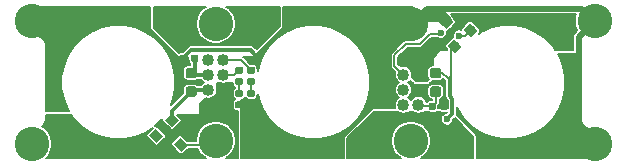
<source format=gbr>
G04 #@! TF.GenerationSoftware,KiCad,Pcbnew,(5.1.4)-1*
G04 #@! TF.CreationDate,2020-08-09T23:36:34-07:00*
G04 #@! TF.ProjectId,SkateLightLEDBoard,536b6174-654c-4696-9768-744c4544426f,rev?*
G04 #@! TF.SameCoordinates,Original*
G04 #@! TF.FileFunction,Copper,L1,Top*
G04 #@! TF.FilePolarity,Positive*
%FSLAX46Y46*%
G04 Gerber Fmt 4.6, Leading zero omitted, Abs format (unit mm)*
G04 Created by KiCad (PCBNEW (5.1.4)-1) date 2020-08-09 23:36:34*
%MOMM*%
%LPD*%
G04 APERTURE LIST*
%ADD10C,1.800000*%
%ADD11C,1.016000*%
%ADD12C,2.921000*%
%ADD13C,0.800000*%
%ADD14C,0.100000*%
%ADD15C,0.590000*%
%ADD16C,0.875000*%
%ADD17C,0.600000*%
%ADD18C,0.350000*%
%ADD19C,0.200000*%
%ADD20C,0.500000*%
%ADD21C,1.000000*%
%ADD22C,0.152400*%
G04 APERTURE END LIST*
D10*
X-12087000Y4423000D03*
X-20933000Y-4423000D03*
X4423000Y-4423000D03*
X-4423000Y4423000D03*
X12087000Y-4423000D03*
X20933000Y4423000D03*
D11*
X7620000Y-1905000D03*
X8890000Y-1905000D03*
X7620000Y-635000D03*
X8890000Y-635000D03*
X7620000Y635000D03*
X8890000Y635000D03*
X7620000Y1905000D03*
X8890000Y1905000D03*
D12*
X8255000Y-4953000D03*
X8255000Y4953000D03*
X-8255000Y-4953000D03*
X-8255000Y4953000D03*
D11*
X-8890000Y-1905000D03*
X-7620000Y-1905000D03*
X-8890000Y-635000D03*
X-7620000Y-635000D03*
X-8890000Y635000D03*
X-7620000Y635000D03*
X-8890000Y1905000D03*
X-7620000Y1905000D03*
D12*
X23812500Y5207000D03*
X23812500Y-5207000D03*
X-23812500Y5207000D03*
X-23812500Y-5207000D03*
D13*
X-11230893Y-5279107D03*
D14*
G36*
X-11831934Y-5243752D02*
G01*
X-11266248Y-4678066D01*
X-10629852Y-5314462D01*
X-11195538Y-5880148D01*
X-11831934Y-5243752D01*
X-11831934Y-5243752D01*
G37*
D13*
X-13316858Y-4536645D03*
D14*
G36*
X-13917899Y-4501290D02*
G01*
X-13352213Y-3935604D01*
X-12715817Y-4572000D01*
X-13281503Y-5137686D01*
X-13917899Y-4501290D01*
X-13917899Y-4501290D01*
G37*
D13*
X-11973355Y-3193142D03*
D14*
G36*
X-12574396Y-3157787D02*
G01*
X-12008710Y-2592101D01*
X-11372314Y-3228497D01*
X-11938000Y-3794183D01*
X-12574396Y-3157787D01*
X-12574396Y-3157787D01*
G37*
D13*
X11230893Y5152107D03*
D14*
G36*
X11831934Y5116752D02*
G01*
X11266248Y4551066D01*
X10629852Y5187462D01*
X11195538Y5753148D01*
X11831934Y5116752D01*
X11831934Y5116752D01*
G37*
D13*
X13316858Y4409645D03*
D14*
G36*
X13917899Y4374290D02*
G01*
X13352213Y3808604D01*
X12715817Y4445000D01*
X13281503Y5010686D01*
X13917899Y4374290D01*
X13917899Y4374290D01*
G37*
D13*
X11973355Y3066142D03*
D14*
G36*
X12574396Y3030787D02*
G01*
X12008710Y2465101D01*
X11372314Y3101497D01*
X11938000Y3667183D01*
X12574396Y3030787D01*
X12574396Y3030787D01*
G37*
G36*
X-5093702Y352850D02*
G01*
X-5079384Y350726D01*
X-5065343Y347209D01*
X-5051714Y342332D01*
X-5038629Y336143D01*
X-5026213Y328702D01*
X-5014587Y320079D01*
X-5003862Y310358D01*
X-4994141Y299633D01*
X-4985518Y288007D01*
X-4978077Y275591D01*
X-4971888Y262506D01*
X-4967011Y248877D01*
X-4963494Y234836D01*
X-4961370Y220518D01*
X-4960660Y206060D01*
X-4960660Y-88940D01*
X-4961370Y-103398D01*
X-4963494Y-117716D01*
X-4967011Y-131757D01*
X-4971888Y-145386D01*
X-4978077Y-158471D01*
X-4985518Y-170887D01*
X-4994141Y-182513D01*
X-5003862Y-193238D01*
X-5014587Y-202959D01*
X-5026213Y-211582D01*
X-5038629Y-219023D01*
X-5051714Y-225212D01*
X-5065343Y-230089D01*
X-5079384Y-233606D01*
X-5093702Y-235730D01*
X-5108160Y-236440D01*
X-5453160Y-236440D01*
X-5467618Y-235730D01*
X-5481936Y-233606D01*
X-5495977Y-230089D01*
X-5509606Y-225212D01*
X-5522691Y-219023D01*
X-5535107Y-211582D01*
X-5546733Y-202959D01*
X-5557458Y-193238D01*
X-5567179Y-182513D01*
X-5575802Y-170887D01*
X-5583243Y-158471D01*
X-5589432Y-145386D01*
X-5594309Y-131757D01*
X-5597826Y-117716D01*
X-5599950Y-103398D01*
X-5600660Y-88940D01*
X-5600660Y206060D01*
X-5599950Y220518D01*
X-5597826Y234836D01*
X-5594309Y248877D01*
X-5589432Y262506D01*
X-5583243Y275591D01*
X-5575802Y288007D01*
X-5567179Y299633D01*
X-5557458Y310358D01*
X-5546733Y320079D01*
X-5535107Y328702D01*
X-5522691Y336143D01*
X-5509606Y342332D01*
X-5495977Y347209D01*
X-5481936Y350726D01*
X-5467618Y352850D01*
X-5453160Y353560D01*
X-5108160Y353560D01*
X-5093702Y352850D01*
X-5093702Y352850D01*
G37*
D15*
X-5280660Y58560D03*
D14*
G36*
X-5093702Y1322850D02*
G01*
X-5079384Y1320726D01*
X-5065343Y1317209D01*
X-5051714Y1312332D01*
X-5038629Y1306143D01*
X-5026213Y1298702D01*
X-5014587Y1290079D01*
X-5003862Y1280358D01*
X-4994141Y1269633D01*
X-4985518Y1258007D01*
X-4978077Y1245591D01*
X-4971888Y1232506D01*
X-4967011Y1218877D01*
X-4963494Y1204836D01*
X-4961370Y1190518D01*
X-4960660Y1176060D01*
X-4960660Y881060D01*
X-4961370Y866602D01*
X-4963494Y852284D01*
X-4967011Y838243D01*
X-4971888Y824614D01*
X-4978077Y811529D01*
X-4985518Y799113D01*
X-4994141Y787487D01*
X-5003862Y776762D01*
X-5014587Y767041D01*
X-5026213Y758418D01*
X-5038629Y750977D01*
X-5051714Y744788D01*
X-5065343Y739911D01*
X-5079384Y736394D01*
X-5093702Y734270D01*
X-5108160Y733560D01*
X-5453160Y733560D01*
X-5467618Y734270D01*
X-5481936Y736394D01*
X-5495977Y739911D01*
X-5509606Y744788D01*
X-5522691Y750977D01*
X-5535107Y758418D01*
X-5546733Y767041D01*
X-5557458Y776762D01*
X-5567179Y787487D01*
X-5575802Y799113D01*
X-5583243Y811529D01*
X-5589432Y824614D01*
X-5594309Y838243D01*
X-5597826Y852284D01*
X-5599950Y866602D01*
X-5600660Y881060D01*
X-5600660Y1176060D01*
X-5599950Y1190518D01*
X-5597826Y1204836D01*
X-5594309Y1218877D01*
X-5589432Y1232506D01*
X-5583243Y1245591D01*
X-5575802Y1258007D01*
X-5567179Y1269633D01*
X-5557458Y1280358D01*
X-5546733Y1290079D01*
X-5535107Y1298702D01*
X-5522691Y1306143D01*
X-5509606Y1312332D01*
X-5495977Y1317209D01*
X-5481936Y1320726D01*
X-5467618Y1322850D01*
X-5453160Y1323560D01*
X-5108160Y1323560D01*
X-5093702Y1322850D01*
X-5093702Y1322850D01*
G37*
D15*
X-5280660Y1028560D03*
D14*
G36*
X-6109702Y1322850D02*
G01*
X-6095384Y1320726D01*
X-6081343Y1317209D01*
X-6067714Y1312332D01*
X-6054629Y1306143D01*
X-6042213Y1298702D01*
X-6030587Y1290079D01*
X-6019862Y1280358D01*
X-6010141Y1269633D01*
X-6001518Y1258007D01*
X-5994077Y1245591D01*
X-5987888Y1232506D01*
X-5983011Y1218877D01*
X-5979494Y1204836D01*
X-5977370Y1190518D01*
X-5976660Y1176060D01*
X-5976660Y881060D01*
X-5977370Y866602D01*
X-5979494Y852284D01*
X-5983011Y838243D01*
X-5987888Y824614D01*
X-5994077Y811529D01*
X-6001518Y799113D01*
X-6010141Y787487D01*
X-6019862Y776762D01*
X-6030587Y767041D01*
X-6042213Y758418D01*
X-6054629Y750977D01*
X-6067714Y744788D01*
X-6081343Y739911D01*
X-6095384Y736394D01*
X-6109702Y734270D01*
X-6124160Y733560D01*
X-6469160Y733560D01*
X-6483618Y734270D01*
X-6497936Y736394D01*
X-6511977Y739911D01*
X-6525606Y744788D01*
X-6538691Y750977D01*
X-6551107Y758418D01*
X-6562733Y767041D01*
X-6573458Y776762D01*
X-6583179Y787487D01*
X-6591802Y799113D01*
X-6599243Y811529D01*
X-6605432Y824614D01*
X-6610309Y838243D01*
X-6613826Y852284D01*
X-6615950Y866602D01*
X-6616660Y881060D01*
X-6616660Y1176060D01*
X-6615950Y1190518D01*
X-6613826Y1204836D01*
X-6610309Y1218877D01*
X-6605432Y1232506D01*
X-6599243Y1245591D01*
X-6591802Y1258007D01*
X-6583179Y1269633D01*
X-6573458Y1280358D01*
X-6562733Y1290079D01*
X-6551107Y1298702D01*
X-6538691Y1306143D01*
X-6525606Y1312332D01*
X-6511977Y1317209D01*
X-6497936Y1320726D01*
X-6483618Y1322850D01*
X-6469160Y1323560D01*
X-6124160Y1323560D01*
X-6109702Y1322850D01*
X-6109702Y1322850D01*
G37*
D15*
X-6296660Y1028560D03*
D14*
G36*
X-6109702Y352850D02*
G01*
X-6095384Y350726D01*
X-6081343Y347209D01*
X-6067714Y342332D01*
X-6054629Y336143D01*
X-6042213Y328702D01*
X-6030587Y320079D01*
X-6019862Y310358D01*
X-6010141Y299633D01*
X-6001518Y288007D01*
X-5994077Y275591D01*
X-5987888Y262506D01*
X-5983011Y248877D01*
X-5979494Y234836D01*
X-5977370Y220518D01*
X-5976660Y206060D01*
X-5976660Y-88940D01*
X-5977370Y-103398D01*
X-5979494Y-117716D01*
X-5983011Y-131757D01*
X-5987888Y-145386D01*
X-5994077Y-158471D01*
X-6001518Y-170887D01*
X-6010141Y-182513D01*
X-6019862Y-193238D01*
X-6030587Y-202959D01*
X-6042213Y-211582D01*
X-6054629Y-219023D01*
X-6067714Y-225212D01*
X-6081343Y-230089D01*
X-6095384Y-233606D01*
X-6109702Y-235730D01*
X-6124160Y-236440D01*
X-6469160Y-236440D01*
X-6483618Y-235730D01*
X-6497936Y-233606D01*
X-6511977Y-230089D01*
X-6525606Y-225212D01*
X-6538691Y-219023D01*
X-6551107Y-211582D01*
X-6562733Y-202959D01*
X-6573458Y-193238D01*
X-6583179Y-182513D01*
X-6591802Y-170887D01*
X-6599243Y-158471D01*
X-6605432Y-145386D01*
X-6610309Y-131757D01*
X-6613826Y-117716D01*
X-6615950Y-103398D01*
X-6616660Y-88940D01*
X-6616660Y206060D01*
X-6615950Y220518D01*
X-6613826Y234836D01*
X-6610309Y248877D01*
X-6605432Y262506D01*
X-6599243Y275591D01*
X-6591802Y288007D01*
X-6583179Y299633D01*
X-6573458Y310358D01*
X-6562733Y320079D01*
X-6551107Y328702D01*
X-6538691Y336143D01*
X-6525606Y342332D01*
X-6511977Y347209D01*
X-6497936Y350726D01*
X-6483618Y352850D01*
X-6469160Y353560D01*
X-6124160Y353560D01*
X-6109702Y352850D01*
X-6109702Y352850D01*
G37*
D15*
X-6296660Y58560D03*
D14*
G36*
X-10072809Y1223947D02*
G01*
X-10051574Y1220797D01*
X-10030750Y1215581D01*
X-10010538Y1208349D01*
X-9991132Y1199170D01*
X-9972719Y1188134D01*
X-9955476Y1175346D01*
X-9939570Y1160930D01*
X-9925154Y1145024D01*
X-9912366Y1127781D01*
X-9901330Y1109368D01*
X-9892151Y1089962D01*
X-9884919Y1069750D01*
X-9879703Y1048926D01*
X-9876553Y1027691D01*
X-9875500Y1006250D01*
X-9875500Y568750D01*
X-9876553Y547309D01*
X-9879703Y526074D01*
X-9884919Y505250D01*
X-9892151Y485038D01*
X-9901330Y465632D01*
X-9912366Y447219D01*
X-9925154Y429976D01*
X-9939570Y414070D01*
X-9955476Y399654D01*
X-9972719Y386866D01*
X-9991132Y375830D01*
X-10010538Y366651D01*
X-10030750Y359419D01*
X-10051574Y354203D01*
X-10072809Y351053D01*
X-10094250Y350000D01*
X-10606750Y350000D01*
X-10628191Y351053D01*
X-10649426Y354203D01*
X-10670250Y359419D01*
X-10690462Y366651D01*
X-10709868Y375830D01*
X-10728281Y386866D01*
X-10745524Y399654D01*
X-10761430Y414070D01*
X-10775846Y429976D01*
X-10788634Y447219D01*
X-10799670Y465632D01*
X-10808849Y485038D01*
X-10816081Y505250D01*
X-10821297Y526074D01*
X-10824447Y547309D01*
X-10825500Y568750D01*
X-10825500Y1006250D01*
X-10824447Y1027691D01*
X-10821297Y1048926D01*
X-10816081Y1069750D01*
X-10808849Y1089962D01*
X-10799670Y1109368D01*
X-10788634Y1127781D01*
X-10775846Y1145024D01*
X-10761430Y1160930D01*
X-10745524Y1175346D01*
X-10728281Y1188134D01*
X-10709868Y1199170D01*
X-10690462Y1208349D01*
X-10670250Y1215581D01*
X-10649426Y1220797D01*
X-10628191Y1223947D01*
X-10606750Y1225000D01*
X-10094250Y1225000D01*
X-10072809Y1223947D01*
X-10072809Y1223947D01*
G37*
D16*
X-10350500Y787500D03*
D14*
G36*
X-10072809Y-351053D02*
G01*
X-10051574Y-354203D01*
X-10030750Y-359419D01*
X-10010538Y-366651D01*
X-9991132Y-375830D01*
X-9972719Y-386866D01*
X-9955476Y-399654D01*
X-9939570Y-414070D01*
X-9925154Y-429976D01*
X-9912366Y-447219D01*
X-9901330Y-465632D01*
X-9892151Y-485038D01*
X-9884919Y-505250D01*
X-9879703Y-526074D01*
X-9876553Y-547309D01*
X-9875500Y-568750D01*
X-9875500Y-1006250D01*
X-9876553Y-1027691D01*
X-9879703Y-1048926D01*
X-9884919Y-1069750D01*
X-9892151Y-1089962D01*
X-9901330Y-1109368D01*
X-9912366Y-1127781D01*
X-9925154Y-1145024D01*
X-9939570Y-1160930D01*
X-9955476Y-1175346D01*
X-9972719Y-1188134D01*
X-9991132Y-1199170D01*
X-10010538Y-1208349D01*
X-10030750Y-1215581D01*
X-10051574Y-1220797D01*
X-10072809Y-1223947D01*
X-10094250Y-1225000D01*
X-10606750Y-1225000D01*
X-10628191Y-1223947D01*
X-10649426Y-1220797D01*
X-10670250Y-1215581D01*
X-10690462Y-1208349D01*
X-10709868Y-1199170D01*
X-10728281Y-1188134D01*
X-10745524Y-1175346D01*
X-10761430Y-1160930D01*
X-10775846Y-1145024D01*
X-10788634Y-1127781D01*
X-10799670Y-1109368D01*
X-10808849Y-1089962D01*
X-10816081Y-1069750D01*
X-10821297Y-1048926D01*
X-10824447Y-1027691D01*
X-10825500Y-1006250D01*
X-10825500Y-568750D01*
X-10824447Y-547309D01*
X-10821297Y-526074D01*
X-10816081Y-505250D01*
X-10808849Y-485038D01*
X-10799670Y-465632D01*
X-10788634Y-447219D01*
X-10775846Y-429976D01*
X-10761430Y-414070D01*
X-10745524Y-399654D01*
X-10728281Y-386866D01*
X-10709868Y-375830D01*
X-10690462Y-366651D01*
X-10670250Y-359419D01*
X-10649426Y-354203D01*
X-10628191Y-351053D01*
X-10606750Y-350000D01*
X-10094250Y-350000D01*
X-10072809Y-351053D01*
X-10072809Y-351053D01*
G37*
D16*
X-10350500Y-787500D03*
D14*
G36*
X10628191Y1223947D02*
G01*
X10649426Y1220797D01*
X10670250Y1215581D01*
X10690462Y1208349D01*
X10709868Y1199170D01*
X10728281Y1188134D01*
X10745524Y1175346D01*
X10761430Y1160930D01*
X10775846Y1145024D01*
X10788634Y1127781D01*
X10799670Y1109368D01*
X10808849Y1089962D01*
X10816081Y1069750D01*
X10821297Y1048926D01*
X10824447Y1027691D01*
X10825500Y1006250D01*
X10825500Y568750D01*
X10824447Y547309D01*
X10821297Y526074D01*
X10816081Y505250D01*
X10808849Y485038D01*
X10799670Y465632D01*
X10788634Y447219D01*
X10775846Y429976D01*
X10761430Y414070D01*
X10745524Y399654D01*
X10728281Y386866D01*
X10709868Y375830D01*
X10690462Y366651D01*
X10670250Y359419D01*
X10649426Y354203D01*
X10628191Y351053D01*
X10606750Y350000D01*
X10094250Y350000D01*
X10072809Y351053D01*
X10051574Y354203D01*
X10030750Y359419D01*
X10010538Y366651D01*
X9991132Y375830D01*
X9972719Y386866D01*
X9955476Y399654D01*
X9939570Y414070D01*
X9925154Y429976D01*
X9912366Y447219D01*
X9901330Y465632D01*
X9892151Y485038D01*
X9884919Y505250D01*
X9879703Y526074D01*
X9876553Y547309D01*
X9875500Y568750D01*
X9875500Y1006250D01*
X9876553Y1027691D01*
X9879703Y1048926D01*
X9884919Y1069750D01*
X9892151Y1089962D01*
X9901330Y1109368D01*
X9912366Y1127781D01*
X9925154Y1145024D01*
X9939570Y1160930D01*
X9955476Y1175346D01*
X9972719Y1188134D01*
X9991132Y1199170D01*
X10010538Y1208349D01*
X10030750Y1215581D01*
X10051574Y1220797D01*
X10072809Y1223947D01*
X10094250Y1225000D01*
X10606750Y1225000D01*
X10628191Y1223947D01*
X10628191Y1223947D01*
G37*
D16*
X10350500Y787500D03*
D14*
G36*
X10628191Y-351053D02*
G01*
X10649426Y-354203D01*
X10670250Y-359419D01*
X10690462Y-366651D01*
X10709868Y-375830D01*
X10728281Y-386866D01*
X10745524Y-399654D01*
X10761430Y-414070D01*
X10775846Y-429976D01*
X10788634Y-447219D01*
X10799670Y-465632D01*
X10808849Y-485038D01*
X10816081Y-505250D01*
X10821297Y-526074D01*
X10824447Y-547309D01*
X10825500Y-568750D01*
X10825500Y-1006250D01*
X10824447Y-1027691D01*
X10821297Y-1048926D01*
X10816081Y-1069750D01*
X10808849Y-1089962D01*
X10799670Y-1109368D01*
X10788634Y-1127781D01*
X10775846Y-1145024D01*
X10761430Y-1160930D01*
X10745524Y-1175346D01*
X10728281Y-1188134D01*
X10709868Y-1199170D01*
X10690462Y-1208349D01*
X10670250Y-1215581D01*
X10649426Y-1220797D01*
X10628191Y-1223947D01*
X10606750Y-1225000D01*
X10094250Y-1225000D01*
X10072809Y-1223947D01*
X10051574Y-1220797D01*
X10030750Y-1215581D01*
X10010538Y-1208349D01*
X9991132Y-1199170D01*
X9972719Y-1188134D01*
X9955476Y-1175346D01*
X9939570Y-1160930D01*
X9925154Y-1145024D01*
X9912366Y-1127781D01*
X9901330Y-1109368D01*
X9892151Y-1089962D01*
X9884919Y-1069750D01*
X9879703Y-1048926D01*
X9876553Y-1027691D01*
X9875500Y-1006250D01*
X9875500Y-568750D01*
X9876553Y-547309D01*
X9879703Y-526074D01*
X9884919Y-505250D01*
X9892151Y-485038D01*
X9901330Y-465632D01*
X9912366Y-447219D01*
X9925154Y-429976D01*
X9939570Y-414070D01*
X9955476Y-399654D01*
X9972719Y-386866D01*
X9991132Y-375830D01*
X10010538Y-366651D01*
X10030750Y-359419D01*
X10051574Y-354203D01*
X10072809Y-351053D01*
X10094250Y-350000D01*
X10606750Y-350000D01*
X10628191Y-351053D01*
X10628191Y-351053D01*
G37*
D16*
X10350500Y-787500D03*
D14*
G36*
X-10864042Y2351290D02*
G01*
X-10849724Y2349166D01*
X-10835683Y2345649D01*
X-10822054Y2340772D01*
X-10808969Y2334583D01*
X-10796553Y2327142D01*
X-10784927Y2318519D01*
X-10774202Y2308798D01*
X-10764481Y2298073D01*
X-10755858Y2286447D01*
X-10748417Y2274031D01*
X-10742228Y2260946D01*
X-10737351Y2247317D01*
X-10733834Y2233276D01*
X-10731710Y2218958D01*
X-10731000Y2204500D01*
X-10731000Y1859500D01*
X-10731710Y1845042D01*
X-10733834Y1830724D01*
X-10737351Y1816683D01*
X-10742228Y1803054D01*
X-10748417Y1789969D01*
X-10755858Y1777553D01*
X-10764481Y1765927D01*
X-10774202Y1755202D01*
X-10784927Y1745481D01*
X-10796553Y1736858D01*
X-10808969Y1729417D01*
X-10822054Y1723228D01*
X-10835683Y1718351D01*
X-10849724Y1714834D01*
X-10864042Y1712710D01*
X-10878500Y1712000D01*
X-11173500Y1712000D01*
X-11187958Y1712710D01*
X-11202276Y1714834D01*
X-11216317Y1718351D01*
X-11229946Y1723228D01*
X-11243031Y1729417D01*
X-11255447Y1736858D01*
X-11267073Y1745481D01*
X-11277798Y1755202D01*
X-11287519Y1765927D01*
X-11296142Y1777553D01*
X-11303583Y1789969D01*
X-11309772Y1803054D01*
X-11314649Y1816683D01*
X-11318166Y1830724D01*
X-11320290Y1845042D01*
X-11321000Y1859500D01*
X-11321000Y2204500D01*
X-11320290Y2218958D01*
X-11318166Y2233276D01*
X-11314649Y2247317D01*
X-11309772Y2260946D01*
X-11303583Y2274031D01*
X-11296142Y2286447D01*
X-11287519Y2298073D01*
X-11277798Y2308798D01*
X-11267073Y2318519D01*
X-11255447Y2327142D01*
X-11243031Y2334583D01*
X-11229946Y2340772D01*
X-11216317Y2345649D01*
X-11202276Y2349166D01*
X-11187958Y2351290D01*
X-11173500Y2352000D01*
X-10878500Y2352000D01*
X-10864042Y2351290D01*
X-10864042Y2351290D01*
G37*
D15*
X-11026000Y2032000D03*
D14*
G36*
X-9894042Y2351290D02*
G01*
X-9879724Y2349166D01*
X-9865683Y2345649D01*
X-9852054Y2340772D01*
X-9838969Y2334583D01*
X-9826553Y2327142D01*
X-9814927Y2318519D01*
X-9804202Y2308798D01*
X-9794481Y2298073D01*
X-9785858Y2286447D01*
X-9778417Y2274031D01*
X-9772228Y2260946D01*
X-9767351Y2247317D01*
X-9763834Y2233276D01*
X-9761710Y2218958D01*
X-9761000Y2204500D01*
X-9761000Y1859500D01*
X-9761710Y1845042D01*
X-9763834Y1830724D01*
X-9767351Y1816683D01*
X-9772228Y1803054D01*
X-9778417Y1789969D01*
X-9785858Y1777553D01*
X-9794481Y1765927D01*
X-9804202Y1755202D01*
X-9814927Y1745481D01*
X-9826553Y1736858D01*
X-9838969Y1729417D01*
X-9852054Y1723228D01*
X-9865683Y1718351D01*
X-9879724Y1714834D01*
X-9894042Y1712710D01*
X-9908500Y1712000D01*
X-10203500Y1712000D01*
X-10217958Y1712710D01*
X-10232276Y1714834D01*
X-10246317Y1718351D01*
X-10259946Y1723228D01*
X-10273031Y1729417D01*
X-10285447Y1736858D01*
X-10297073Y1745481D01*
X-10307798Y1755202D01*
X-10317519Y1765927D01*
X-10326142Y1777553D01*
X-10333583Y1789969D01*
X-10339772Y1803054D01*
X-10344649Y1816683D01*
X-10348166Y1830724D01*
X-10350290Y1845042D01*
X-10351000Y1859500D01*
X-10351000Y2204500D01*
X-10350290Y2218958D01*
X-10348166Y2233276D01*
X-10344649Y2247317D01*
X-10339772Y2260946D01*
X-10333583Y2274031D01*
X-10326142Y2286447D01*
X-10317519Y2298073D01*
X-10307798Y2308798D01*
X-10297073Y2318519D01*
X-10285447Y2327142D01*
X-10273031Y2334583D01*
X-10259946Y2340772D01*
X-10246317Y2345649D01*
X-10232276Y2349166D01*
X-10217958Y2351290D01*
X-10203500Y2352000D01*
X-9908500Y2352000D01*
X-9894042Y2351290D01*
X-9894042Y2351290D01*
G37*
D15*
X-10056000Y2032000D03*
D14*
G36*
X10217958Y-1712710D02*
G01*
X10232276Y-1714834D01*
X10246317Y-1718351D01*
X10259946Y-1723228D01*
X10273031Y-1729417D01*
X10285447Y-1736858D01*
X10297073Y-1745481D01*
X10307798Y-1755202D01*
X10317519Y-1765927D01*
X10326142Y-1777553D01*
X10333583Y-1789969D01*
X10339772Y-1803054D01*
X10344649Y-1816683D01*
X10348166Y-1830724D01*
X10350290Y-1845042D01*
X10351000Y-1859500D01*
X10351000Y-2204500D01*
X10350290Y-2218958D01*
X10348166Y-2233276D01*
X10344649Y-2247317D01*
X10339772Y-2260946D01*
X10333583Y-2274031D01*
X10326142Y-2286447D01*
X10317519Y-2298073D01*
X10307798Y-2308798D01*
X10297073Y-2318519D01*
X10285447Y-2327142D01*
X10273031Y-2334583D01*
X10259946Y-2340772D01*
X10246317Y-2345649D01*
X10232276Y-2349166D01*
X10217958Y-2351290D01*
X10203500Y-2352000D01*
X9908500Y-2352000D01*
X9894042Y-2351290D01*
X9879724Y-2349166D01*
X9865683Y-2345649D01*
X9852054Y-2340772D01*
X9838969Y-2334583D01*
X9826553Y-2327142D01*
X9814927Y-2318519D01*
X9804202Y-2308798D01*
X9794481Y-2298073D01*
X9785858Y-2286447D01*
X9778417Y-2274031D01*
X9772228Y-2260946D01*
X9767351Y-2247317D01*
X9763834Y-2233276D01*
X9761710Y-2218958D01*
X9761000Y-2204500D01*
X9761000Y-1859500D01*
X9761710Y-1845042D01*
X9763834Y-1830724D01*
X9767351Y-1816683D01*
X9772228Y-1803054D01*
X9778417Y-1789969D01*
X9785858Y-1777553D01*
X9794481Y-1765927D01*
X9804202Y-1755202D01*
X9814927Y-1745481D01*
X9826553Y-1736858D01*
X9838969Y-1729417D01*
X9852054Y-1723228D01*
X9865683Y-1718351D01*
X9879724Y-1714834D01*
X9894042Y-1712710D01*
X9908500Y-1712000D01*
X10203500Y-1712000D01*
X10217958Y-1712710D01*
X10217958Y-1712710D01*
G37*
D15*
X10056000Y-2032000D03*
D14*
G36*
X11187958Y-1712710D02*
G01*
X11202276Y-1714834D01*
X11216317Y-1718351D01*
X11229946Y-1723228D01*
X11243031Y-1729417D01*
X11255447Y-1736858D01*
X11267073Y-1745481D01*
X11277798Y-1755202D01*
X11287519Y-1765927D01*
X11296142Y-1777553D01*
X11303583Y-1789969D01*
X11309772Y-1803054D01*
X11314649Y-1816683D01*
X11318166Y-1830724D01*
X11320290Y-1845042D01*
X11321000Y-1859500D01*
X11321000Y-2204500D01*
X11320290Y-2218958D01*
X11318166Y-2233276D01*
X11314649Y-2247317D01*
X11309772Y-2260946D01*
X11303583Y-2274031D01*
X11296142Y-2286447D01*
X11287519Y-2298073D01*
X11277798Y-2308798D01*
X11267073Y-2318519D01*
X11255447Y-2327142D01*
X11243031Y-2334583D01*
X11229946Y-2340772D01*
X11216317Y-2345649D01*
X11202276Y-2349166D01*
X11187958Y-2351290D01*
X11173500Y-2352000D01*
X10878500Y-2352000D01*
X10864042Y-2351290D01*
X10849724Y-2349166D01*
X10835683Y-2345649D01*
X10822054Y-2340772D01*
X10808969Y-2334583D01*
X10796553Y-2327142D01*
X10784927Y-2318519D01*
X10774202Y-2308798D01*
X10764481Y-2298073D01*
X10755858Y-2286447D01*
X10748417Y-2274031D01*
X10742228Y-2260946D01*
X10737351Y-2247317D01*
X10733834Y-2233276D01*
X10731710Y-2218958D01*
X10731000Y-2204500D01*
X10731000Y-1859500D01*
X10731710Y-1845042D01*
X10733834Y-1830724D01*
X10737351Y-1816683D01*
X10742228Y-1803054D01*
X10748417Y-1789969D01*
X10755858Y-1777553D01*
X10764481Y-1765927D01*
X10774202Y-1755202D01*
X10784927Y-1745481D01*
X10796553Y-1736858D01*
X10808969Y-1729417D01*
X10822054Y-1723228D01*
X10835683Y-1718351D01*
X10849724Y-1714834D01*
X10864042Y-1712710D01*
X10878500Y-1712000D01*
X11173500Y-1712000D01*
X11187958Y-1712710D01*
X11187958Y-1712710D01*
G37*
D15*
X11026000Y-2032000D03*
D14*
G36*
X-5093702Y-1615650D02*
G01*
X-5079384Y-1617774D01*
X-5065343Y-1621291D01*
X-5051714Y-1626168D01*
X-5038629Y-1632357D01*
X-5026213Y-1639798D01*
X-5014587Y-1648421D01*
X-5003862Y-1658142D01*
X-4994141Y-1668867D01*
X-4985518Y-1680493D01*
X-4978077Y-1692909D01*
X-4971888Y-1705994D01*
X-4967011Y-1719623D01*
X-4963494Y-1733664D01*
X-4961370Y-1747982D01*
X-4960660Y-1762440D01*
X-4960660Y-2057440D01*
X-4961370Y-2071898D01*
X-4963494Y-2086216D01*
X-4967011Y-2100257D01*
X-4971888Y-2113886D01*
X-4978077Y-2126971D01*
X-4985518Y-2139387D01*
X-4994141Y-2151013D01*
X-5003862Y-2161738D01*
X-5014587Y-2171459D01*
X-5026213Y-2180082D01*
X-5038629Y-2187523D01*
X-5051714Y-2193712D01*
X-5065343Y-2198589D01*
X-5079384Y-2202106D01*
X-5093702Y-2204230D01*
X-5108160Y-2204940D01*
X-5453160Y-2204940D01*
X-5467618Y-2204230D01*
X-5481936Y-2202106D01*
X-5495977Y-2198589D01*
X-5509606Y-2193712D01*
X-5522691Y-2187523D01*
X-5535107Y-2180082D01*
X-5546733Y-2171459D01*
X-5557458Y-2161738D01*
X-5567179Y-2151013D01*
X-5575802Y-2139387D01*
X-5583243Y-2126971D01*
X-5589432Y-2113886D01*
X-5594309Y-2100257D01*
X-5597826Y-2086216D01*
X-5599950Y-2071898D01*
X-5600660Y-2057440D01*
X-5600660Y-1762440D01*
X-5599950Y-1747982D01*
X-5597826Y-1733664D01*
X-5594309Y-1719623D01*
X-5589432Y-1705994D01*
X-5583243Y-1692909D01*
X-5575802Y-1680493D01*
X-5567179Y-1668867D01*
X-5557458Y-1658142D01*
X-5546733Y-1648421D01*
X-5535107Y-1639798D01*
X-5522691Y-1632357D01*
X-5509606Y-1626168D01*
X-5495977Y-1621291D01*
X-5481936Y-1617774D01*
X-5467618Y-1615650D01*
X-5453160Y-1614940D01*
X-5108160Y-1614940D01*
X-5093702Y-1615650D01*
X-5093702Y-1615650D01*
G37*
D15*
X-5280660Y-1909940D03*
D14*
G36*
X-5093702Y-645650D02*
G01*
X-5079384Y-647774D01*
X-5065343Y-651291D01*
X-5051714Y-656168D01*
X-5038629Y-662357D01*
X-5026213Y-669798D01*
X-5014587Y-678421D01*
X-5003862Y-688142D01*
X-4994141Y-698867D01*
X-4985518Y-710493D01*
X-4978077Y-722909D01*
X-4971888Y-735994D01*
X-4967011Y-749623D01*
X-4963494Y-763664D01*
X-4961370Y-777982D01*
X-4960660Y-792440D01*
X-4960660Y-1087440D01*
X-4961370Y-1101898D01*
X-4963494Y-1116216D01*
X-4967011Y-1130257D01*
X-4971888Y-1143886D01*
X-4978077Y-1156971D01*
X-4985518Y-1169387D01*
X-4994141Y-1181013D01*
X-5003862Y-1191738D01*
X-5014587Y-1201459D01*
X-5026213Y-1210082D01*
X-5038629Y-1217523D01*
X-5051714Y-1223712D01*
X-5065343Y-1228589D01*
X-5079384Y-1232106D01*
X-5093702Y-1234230D01*
X-5108160Y-1234940D01*
X-5453160Y-1234940D01*
X-5467618Y-1234230D01*
X-5481936Y-1232106D01*
X-5495977Y-1228589D01*
X-5509606Y-1223712D01*
X-5522691Y-1217523D01*
X-5535107Y-1210082D01*
X-5546733Y-1201459D01*
X-5557458Y-1191738D01*
X-5567179Y-1181013D01*
X-5575802Y-1169387D01*
X-5583243Y-1156971D01*
X-5589432Y-1143886D01*
X-5594309Y-1130257D01*
X-5597826Y-1116216D01*
X-5599950Y-1101898D01*
X-5600660Y-1087440D01*
X-5600660Y-792440D01*
X-5599950Y-777982D01*
X-5597826Y-763664D01*
X-5594309Y-749623D01*
X-5589432Y-735994D01*
X-5583243Y-722909D01*
X-5575802Y-710493D01*
X-5567179Y-698867D01*
X-5557458Y-688142D01*
X-5546733Y-678421D01*
X-5535107Y-669798D01*
X-5522691Y-662357D01*
X-5509606Y-656168D01*
X-5495977Y-651291D01*
X-5481936Y-647774D01*
X-5467618Y-645650D01*
X-5453160Y-644940D01*
X-5108160Y-644940D01*
X-5093702Y-645650D01*
X-5093702Y-645650D01*
G37*
D15*
X-5280660Y-939940D03*
D14*
G36*
X-6109702Y-645650D02*
G01*
X-6095384Y-647774D01*
X-6081343Y-651291D01*
X-6067714Y-656168D01*
X-6054629Y-662357D01*
X-6042213Y-669798D01*
X-6030587Y-678421D01*
X-6019862Y-688142D01*
X-6010141Y-698867D01*
X-6001518Y-710493D01*
X-5994077Y-722909D01*
X-5987888Y-735994D01*
X-5983011Y-749623D01*
X-5979494Y-763664D01*
X-5977370Y-777982D01*
X-5976660Y-792440D01*
X-5976660Y-1087440D01*
X-5977370Y-1101898D01*
X-5979494Y-1116216D01*
X-5983011Y-1130257D01*
X-5987888Y-1143886D01*
X-5994077Y-1156971D01*
X-6001518Y-1169387D01*
X-6010141Y-1181013D01*
X-6019862Y-1191738D01*
X-6030587Y-1201459D01*
X-6042213Y-1210082D01*
X-6054629Y-1217523D01*
X-6067714Y-1223712D01*
X-6081343Y-1228589D01*
X-6095384Y-1232106D01*
X-6109702Y-1234230D01*
X-6124160Y-1234940D01*
X-6469160Y-1234940D01*
X-6483618Y-1234230D01*
X-6497936Y-1232106D01*
X-6511977Y-1228589D01*
X-6525606Y-1223712D01*
X-6538691Y-1217523D01*
X-6551107Y-1210082D01*
X-6562733Y-1201459D01*
X-6573458Y-1191738D01*
X-6583179Y-1181013D01*
X-6591802Y-1169387D01*
X-6599243Y-1156971D01*
X-6605432Y-1143886D01*
X-6610309Y-1130257D01*
X-6613826Y-1116216D01*
X-6615950Y-1101898D01*
X-6616660Y-1087440D01*
X-6616660Y-792440D01*
X-6615950Y-777982D01*
X-6613826Y-763664D01*
X-6610309Y-749623D01*
X-6605432Y-735994D01*
X-6599243Y-722909D01*
X-6591802Y-710493D01*
X-6583179Y-698867D01*
X-6573458Y-688142D01*
X-6562733Y-678421D01*
X-6551107Y-669798D01*
X-6538691Y-662357D01*
X-6525606Y-656168D01*
X-6511977Y-651291D01*
X-6497936Y-647774D01*
X-6483618Y-645650D01*
X-6469160Y-644940D01*
X-6124160Y-644940D01*
X-6109702Y-645650D01*
X-6109702Y-645650D01*
G37*
D15*
X-6296660Y-939940D03*
D14*
G36*
X-6109702Y-1615650D02*
G01*
X-6095384Y-1617774D01*
X-6081343Y-1621291D01*
X-6067714Y-1626168D01*
X-6054629Y-1632357D01*
X-6042213Y-1639798D01*
X-6030587Y-1648421D01*
X-6019862Y-1658142D01*
X-6010141Y-1668867D01*
X-6001518Y-1680493D01*
X-5994077Y-1692909D01*
X-5987888Y-1705994D01*
X-5983011Y-1719623D01*
X-5979494Y-1733664D01*
X-5977370Y-1747982D01*
X-5976660Y-1762440D01*
X-5976660Y-2057440D01*
X-5977370Y-2071898D01*
X-5979494Y-2086216D01*
X-5983011Y-2100257D01*
X-5987888Y-2113886D01*
X-5994077Y-2126971D01*
X-6001518Y-2139387D01*
X-6010141Y-2151013D01*
X-6019862Y-2161738D01*
X-6030587Y-2171459D01*
X-6042213Y-2180082D01*
X-6054629Y-2187523D01*
X-6067714Y-2193712D01*
X-6081343Y-2198589D01*
X-6095384Y-2202106D01*
X-6109702Y-2204230D01*
X-6124160Y-2204940D01*
X-6469160Y-2204940D01*
X-6483618Y-2204230D01*
X-6497936Y-2202106D01*
X-6511977Y-2198589D01*
X-6525606Y-2193712D01*
X-6538691Y-2187523D01*
X-6551107Y-2180082D01*
X-6562733Y-2171459D01*
X-6573458Y-2161738D01*
X-6583179Y-2151013D01*
X-6591802Y-2139387D01*
X-6599243Y-2126971D01*
X-6605432Y-2113886D01*
X-6610309Y-2100257D01*
X-6613826Y-2086216D01*
X-6615950Y-2071898D01*
X-6616660Y-2057440D01*
X-6616660Y-1762440D01*
X-6615950Y-1747982D01*
X-6613826Y-1733664D01*
X-6610309Y-1719623D01*
X-6605432Y-1705994D01*
X-6599243Y-1692909D01*
X-6591802Y-1680493D01*
X-6583179Y-1668867D01*
X-6573458Y-1658142D01*
X-6562733Y-1648421D01*
X-6551107Y-1639798D01*
X-6538691Y-1632357D01*
X-6525606Y-1626168D01*
X-6511977Y-1621291D01*
X-6497936Y-1617774D01*
X-6483618Y-1615650D01*
X-6469160Y-1614940D01*
X-6124160Y-1614940D01*
X-6109702Y-1615650D01*
X-6109702Y-1615650D01*
G37*
D15*
X-6296660Y-1909940D03*
D17*
X-5170000Y-2000000D03*
X-4693920Y2131060D03*
X-2024380Y4871720D03*
X14340840Y-4838700D03*
X1710000Y-5810000D03*
X-5080000Y-4826000D03*
X6210000Y-1630000D03*
X6010000Y980000D03*
X16340000Y-5580000D03*
X19240000Y-5100000D03*
X21260000Y-3480000D03*
X21830000Y-1230000D03*
X21810000Y1530000D03*
X11026000Y-2032000D03*
X4218940Y4970780D03*
X-13204301Y-4490862D03*
X12334240Y3954780D03*
X10764520Y4203700D03*
X12542520Y5278120D03*
X10589260Y3169920D03*
X14569440Y5069840D03*
X16520160Y5255260D03*
X18514060Y5092700D03*
X9966960Y-3807460D03*
X6479540Y-3860800D03*
X-19140000Y-5460000D03*
X-17010000Y-5760000D03*
X-14754860Y-5232400D03*
X-11980000Y-4600000D03*
X-6675120Y-3469640D03*
X11306854Y-3147411D03*
D18*
X-10056000Y1082000D02*
X-10350500Y787500D01*
X-10056000Y2032000D02*
X-10056000Y1082000D01*
X-10198000Y635000D02*
X-10350500Y787500D01*
X-8890000Y635000D02*
X-10198000Y635000D01*
D19*
X10350500Y-1737500D02*
X10056000Y-2032000D01*
X10350500Y-787500D02*
X10350500Y-1737500D01*
X9017000Y-2032000D02*
X8890000Y-1905000D01*
X10056000Y-2032000D02*
X9017000Y-2032000D01*
X-9255000Y-5522000D02*
X-9255000Y-4922000D01*
X-7255000Y-4572000D02*
X-7255000Y-5172000D01*
D20*
X22457891Y-3852391D02*
X23812500Y-5207000D01*
X22457891Y3852391D02*
X22457891Y1867891D01*
X23812500Y5207000D02*
X22457891Y3852391D01*
X23812500Y5207000D02*
X22994099Y6025401D01*
D21*
X11230893Y5152107D02*
X10807798Y5575202D01*
X8877202Y5575202D02*
X8255000Y4953000D01*
X10807798Y5575202D02*
X8877202Y5575202D01*
D19*
X-8581107Y-5279107D02*
X-8255000Y-4953000D01*
X-11230893Y-5279107D02*
X-8581107Y-5279107D01*
X-5260060Y-1909940D02*
X-5170000Y-2000000D01*
X-6296660Y-1909940D02*
X-5260060Y-1909940D01*
D20*
X22457891Y1867891D02*
X22457891Y-3852391D01*
X22771100Y6238240D02*
X9583420Y6238240D01*
X23812500Y5207000D02*
X23802340Y5207000D01*
X9583420Y6238240D02*
X8298180Y4953000D01*
X23802340Y5207000D02*
X22771100Y6238240D01*
X8298180Y4953000D02*
X8255000Y4953000D01*
X22740620Y-5207000D02*
X21973540Y-5974080D01*
X23812500Y-5207000D02*
X22740620Y-5207000D01*
D18*
X-4993919Y2431059D02*
X-4693920Y2131060D01*
X-5303261Y2740401D02*
X-4993919Y2431059D01*
X-10339225Y2740401D02*
X-5303261Y2740401D01*
X-10691832Y2387794D02*
X-10339225Y2740401D01*
X-10691832Y2366168D02*
X-10691832Y2387794D01*
X-11026000Y2032000D02*
X-10691832Y2366168D01*
D19*
X12861993Y3954780D02*
X13316858Y4409645D01*
X12334240Y3954780D02*
X12861993Y3954780D01*
X10660380Y4099560D02*
X10764520Y4203700D01*
X6859599Y2269993D02*
X7829705Y3240099D01*
X7829705Y3240099D02*
X8983039Y3240099D01*
X6859599Y1395401D02*
X6859599Y2269993D01*
X8983039Y3240099D02*
X9842500Y4099560D01*
X7620000Y635000D02*
X6859599Y1395401D01*
X9842500Y4099560D02*
X10660380Y4099560D01*
X-6690220Y635000D02*
X-6296660Y1028560D01*
X-7620000Y635000D02*
X-6690220Y635000D01*
X-6157100Y1905000D02*
X-5280660Y1028560D01*
X-7620000Y1905000D02*
X-6157100Y1905000D01*
D18*
X11760603Y-1387243D02*
X11562080Y-1188720D01*
D19*
X11387880Y325120D02*
X11562080Y325120D01*
X10925500Y787500D02*
X11387880Y325120D01*
X10350500Y787500D02*
X10925500Y787500D01*
D18*
X11562080Y-1188720D02*
X11562080Y325120D01*
D19*
X11619802Y382842D02*
X11562080Y325120D01*
X11619802Y2712589D02*
X11619802Y382842D01*
X11973355Y3066142D02*
X11619802Y2712589D01*
D18*
X11760603Y-2693662D02*
X11306854Y-3147411D01*
X11760603Y-1689503D02*
X11760603Y-2693662D01*
X11760603Y-1689503D02*
X11760603Y-1387243D01*
X-10198000Y-635000D02*
X-10350500Y-787500D01*
X-8890000Y-635000D02*
X-10198000Y-635000D01*
X-11973355Y-2410355D02*
X-10350500Y-787500D01*
X-11973355Y-3193142D02*
X-11973355Y-2410355D01*
D19*
X-5280660Y58560D02*
X-5280660Y-939940D01*
X-6296660Y58560D02*
X-6296660Y-939940D01*
D22*
G36*
X8407400Y3568699D02*
G01*
X7845836Y3568699D01*
X7829704Y3570288D01*
X7813572Y3568699D01*
X7813570Y3568699D01*
X7765288Y3563944D01*
X7712139Y3547821D01*
X7703347Y3545154D01*
X7646261Y3514641D01*
X7608758Y3483863D01*
X7596226Y3473578D01*
X7585943Y3461048D01*
X6638651Y2513755D01*
X6626121Y2503472D01*
X6615838Y2490942D01*
X6615835Y2490939D01*
X6585057Y2453436D01*
X6554544Y2396350D01*
X6535755Y2334409D01*
X6529410Y2269993D01*
X6531000Y2253851D01*
X6530999Y1411533D01*
X6529410Y1395401D01*
X6530999Y1379269D01*
X6530999Y1379267D01*
X6535754Y1330985D01*
X6548865Y1287766D01*
X6554544Y1269044D01*
X6585057Y1211958D01*
X6600573Y1193052D01*
X6626120Y1161922D01*
X6638655Y1151635D01*
X6920120Y870169D01*
X6911707Y849858D01*
X6883400Y707549D01*
X6883400Y562451D01*
X6911707Y420142D01*
X6967234Y286089D01*
X7047845Y165445D01*
X7150445Y62845D01*
X7244500Y0D01*
X7150445Y-62845D01*
X7047845Y-165445D01*
X6967234Y-286089D01*
X6911707Y-420142D01*
X6883400Y-562451D01*
X6883400Y-707549D01*
X6911707Y-849858D01*
X6967234Y-983911D01*
X7047845Y-1104555D01*
X7150445Y-1207155D01*
X7244500Y-1270000D01*
X7150445Y-1332845D01*
X7047845Y-1435445D01*
X6967234Y-1556089D01*
X6911707Y-1690142D01*
X6883400Y-1832451D01*
X6883400Y-1977549D01*
X6911707Y-2119858D01*
X6938441Y-2184400D01*
X5080000Y-2184400D01*
X5035402Y-2188792D01*
X4992519Y-2201801D01*
X4952997Y-2222926D01*
X4918355Y-2251355D01*
X2632355Y-4537355D01*
X2603926Y-4571997D01*
X2582801Y-4611519D01*
X2569792Y-4654402D01*
X2565400Y-4699000D01*
X2565400Y-6413500D01*
X-6121400Y-6413500D01*
X-6121400Y-1464374D01*
X-6050571Y-1457398D01*
X-5979810Y-1435933D01*
X-5914596Y-1401075D01*
X-5857435Y-1354165D01*
X-5810525Y-1297004D01*
X-5788660Y-1256098D01*
X-5766795Y-1297004D01*
X-5719885Y-1354165D01*
X-5662724Y-1401075D01*
X-5597510Y-1435933D01*
X-5526749Y-1457398D01*
X-5453160Y-1464646D01*
X-5108160Y-1464646D01*
X-5034571Y-1457398D01*
X-4963810Y-1435933D01*
X-4898596Y-1401075D01*
X-4841435Y-1354165D01*
X-4794525Y-1297004D01*
X-4759667Y-1231790D01*
X-4738202Y-1161029D01*
X-4730954Y-1087440D01*
X-4730954Y-966477D01*
X-4643040Y-1408451D01*
X-4279050Y-2287200D01*
X-3750619Y-3078053D01*
X-3078053Y-3750619D01*
X-2287200Y-4279050D01*
X-1408451Y-4643040D01*
X-475576Y-4828600D01*
X475576Y-4828600D01*
X1408451Y-4643040D01*
X2287200Y-4279050D01*
X3078053Y-3750619D01*
X3750619Y-3078053D01*
X4279050Y-2287200D01*
X4643040Y-1408451D01*
X4828600Y-475576D01*
X4828600Y475576D01*
X4643040Y1408451D01*
X4279050Y2287200D01*
X3750619Y3078053D01*
X3078053Y3750619D01*
X2287200Y4279050D01*
X1408451Y4643040D01*
X475576Y4828600D01*
X-475576Y4828600D01*
X-1408451Y4643040D01*
X-2287200Y4279050D01*
X-3078053Y3750619D01*
X-3750619Y3078053D01*
X-4279050Y2287200D01*
X-4643040Y1408451D01*
X-4730954Y966477D01*
X-4730954Y1176060D01*
X-4738202Y1249649D01*
X-4759667Y1320410D01*
X-4794525Y1385624D01*
X-4841435Y1442785D01*
X-4898596Y1489695D01*
X-4963810Y1524553D01*
X-5034571Y1546018D01*
X-5108160Y1553266D01*
X-5340655Y1553266D01*
X-5913334Y2125944D01*
X-5923621Y2138479D01*
X-5973657Y2179542D01*
X-5982746Y2184400D01*
X-5080000Y2184400D01*
X-5035402Y2188792D01*
X-4992519Y2201801D01*
X-4952997Y2222926D01*
X-4918355Y2251355D01*
X-2632355Y4537355D01*
X-2603926Y4571997D01*
X-2582801Y4611519D01*
X-2569792Y4654402D01*
X-2565400Y4699000D01*
X-2565400Y6413500D01*
X8407400Y6413500D01*
X8407400Y3568699D01*
X8407400Y3568699D01*
G37*
X8407400Y3568699D02*
X7845836Y3568699D01*
X7829704Y3570288D01*
X7813572Y3568699D01*
X7813570Y3568699D01*
X7765288Y3563944D01*
X7712139Y3547821D01*
X7703347Y3545154D01*
X7646261Y3514641D01*
X7608758Y3483863D01*
X7596226Y3473578D01*
X7585943Y3461048D01*
X6638651Y2513755D01*
X6626121Y2503472D01*
X6615838Y2490942D01*
X6615835Y2490939D01*
X6585057Y2453436D01*
X6554544Y2396350D01*
X6535755Y2334409D01*
X6529410Y2269993D01*
X6531000Y2253851D01*
X6530999Y1411533D01*
X6529410Y1395401D01*
X6530999Y1379269D01*
X6530999Y1379267D01*
X6535754Y1330985D01*
X6548865Y1287766D01*
X6554544Y1269044D01*
X6585057Y1211958D01*
X6600573Y1193052D01*
X6626120Y1161922D01*
X6638655Y1151635D01*
X6920120Y870169D01*
X6911707Y849858D01*
X6883400Y707549D01*
X6883400Y562451D01*
X6911707Y420142D01*
X6967234Y286089D01*
X7047845Y165445D01*
X7150445Y62845D01*
X7244500Y0D01*
X7150445Y-62845D01*
X7047845Y-165445D01*
X6967234Y-286089D01*
X6911707Y-420142D01*
X6883400Y-562451D01*
X6883400Y-707549D01*
X6911707Y-849858D01*
X6967234Y-983911D01*
X7047845Y-1104555D01*
X7150445Y-1207155D01*
X7244500Y-1270000D01*
X7150445Y-1332845D01*
X7047845Y-1435445D01*
X6967234Y-1556089D01*
X6911707Y-1690142D01*
X6883400Y-1832451D01*
X6883400Y-1977549D01*
X6911707Y-2119858D01*
X6938441Y-2184400D01*
X5080000Y-2184400D01*
X5035402Y-2188792D01*
X4992519Y-2201801D01*
X4952997Y-2222926D01*
X4918355Y-2251355D01*
X2632355Y-4537355D01*
X2603926Y-4571997D01*
X2582801Y-4611519D01*
X2569792Y-4654402D01*
X2565400Y-4699000D01*
X2565400Y-6413500D01*
X-6121400Y-6413500D01*
X-6121400Y-1464374D01*
X-6050571Y-1457398D01*
X-5979810Y-1435933D01*
X-5914596Y-1401075D01*
X-5857435Y-1354165D01*
X-5810525Y-1297004D01*
X-5788660Y-1256098D01*
X-5766795Y-1297004D01*
X-5719885Y-1354165D01*
X-5662724Y-1401075D01*
X-5597510Y-1435933D01*
X-5526749Y-1457398D01*
X-5453160Y-1464646D01*
X-5108160Y-1464646D01*
X-5034571Y-1457398D01*
X-4963810Y-1435933D01*
X-4898596Y-1401075D01*
X-4841435Y-1354165D01*
X-4794525Y-1297004D01*
X-4759667Y-1231790D01*
X-4738202Y-1161029D01*
X-4730954Y-1087440D01*
X-4730954Y-966477D01*
X-4643040Y-1408451D01*
X-4279050Y-2287200D01*
X-3750619Y-3078053D01*
X-3078053Y-3750619D01*
X-2287200Y-4279050D01*
X-1408451Y-4643040D01*
X-475576Y-4828600D01*
X475576Y-4828600D01*
X1408451Y-4643040D01*
X2287200Y-4279050D01*
X3078053Y-3750619D01*
X3750619Y-3078053D01*
X4279050Y-2287200D01*
X4643040Y-1408451D01*
X4828600Y-475576D01*
X4828600Y475576D01*
X4643040Y1408451D01*
X4279050Y2287200D01*
X3750619Y3078053D01*
X3078053Y3750619D01*
X2287200Y4279050D01*
X1408451Y4643040D01*
X475576Y4828600D01*
X-475576Y4828600D01*
X-1408451Y4643040D01*
X-2287200Y4279050D01*
X-3078053Y3750619D01*
X-3750619Y3078053D01*
X-4279050Y2287200D01*
X-4643040Y1408451D01*
X-4730954Y966477D01*
X-4730954Y1176060D01*
X-4738202Y1249649D01*
X-4759667Y1320410D01*
X-4794525Y1385624D01*
X-4841435Y1442785D01*
X-4898596Y1489695D01*
X-4963810Y1524553D01*
X-5034571Y1546018D01*
X-5108160Y1553266D01*
X-5340655Y1553266D01*
X-5913334Y2125944D01*
X-5923621Y2138479D01*
X-5973657Y2179542D01*
X-5982746Y2184400D01*
X-5080000Y2184400D01*
X-5035402Y2188792D01*
X-4992519Y2201801D01*
X-4952997Y2222926D01*
X-4918355Y2251355D01*
X-2632355Y4537355D01*
X-2603926Y4571997D01*
X-2582801Y4611519D01*
X-2569792Y4654402D01*
X-2565400Y4699000D01*
X-2565400Y6413500D01*
X8407400Y6413500D01*
X8407400Y3568699D01*
G36*
X22632925Y12469D02*
G01*
X22632924Y-3003064D01*
X22633436Y-3008265D01*
X22635559Y-3061562D01*
X22637717Y-3077155D01*
X22638755Y-3092856D01*
X22639357Y-3096351D01*
X22665644Y-3242726D01*
X22671922Y-3264941D01*
X22677857Y-3287118D01*
X22679126Y-3290429D01*
X22733343Y-3428910D01*
X22743804Y-3449458D01*
X22753945Y-3470085D01*
X22755830Y-3473082D01*
X22755833Y-3473087D01*
X22755836Y-3473091D01*
X22835915Y-3598399D01*
X22850183Y-3616543D01*
X22864123Y-3634788D01*
X22866553Y-3637361D01*
X22866558Y-3637367D01*
X22866563Y-3637372D01*
X22969455Y-3744738D01*
X22986929Y-3759726D01*
X23004193Y-3774956D01*
X23007083Y-3777011D01*
X23128876Y-3862352D01*
X23148955Y-3873675D01*
X23168822Y-3885247D01*
X23172056Y-3886702D01*
X23308105Y-3946761D01*
X23330039Y-3953981D01*
X23351737Y-3961460D01*
X23355182Y-3962257D01*
X23355192Y-3962260D01*
X23355202Y-3962261D01*
X23500315Y-3994749D01*
X23523186Y-3997565D01*
X23545972Y-4000694D01*
X23549516Y-4000807D01*
X23549517Y-4000807D01*
X23698188Y-4004490D01*
X23698411Y-4004474D01*
X23698937Y-4004490D01*
X23958976Y-4010759D01*
X24188536Y-4061991D01*
X24403777Y-4156838D01*
X24596491Y-4291682D01*
X24759348Y-4461395D01*
X24886136Y-4659503D01*
X24972031Y-4878466D01*
X25013761Y-5109946D01*
X25009734Y-5345124D01*
X24960106Y-5575033D01*
X24866765Y-5790929D01*
X24733268Y-5984583D01*
X24564699Y-6148619D01*
X24367480Y-6276788D01*
X24149119Y-6364210D01*
X23911139Y-6408829D01*
X23804981Y-6413500D01*
X13817600Y-6413500D01*
X13817600Y-4572000D01*
X13813208Y-4527402D01*
X13800199Y-4484519D01*
X13779074Y-4444997D01*
X13750645Y-4410355D01*
X12147821Y-2807531D01*
X12158362Y-2772781D01*
X12164203Y-2713480D01*
X12166155Y-2693662D01*
X12164203Y-2673844D01*
X12164203Y-2126059D01*
X12230950Y-2287200D01*
X12759381Y-3078053D01*
X13431947Y-3750619D01*
X14222800Y-4279050D01*
X15101549Y-4643040D01*
X16034424Y-4828600D01*
X16985576Y-4828600D01*
X17918451Y-4643040D01*
X18797200Y-4279050D01*
X19588053Y-3750619D01*
X20260619Y-3078053D01*
X20789050Y-2287200D01*
X21153040Y-1408451D01*
X21338600Y-475576D01*
X21338600Y475576D01*
X21153040Y1408451D01*
X20789050Y2287200D01*
X20688021Y2438400D01*
X22632924Y2438400D01*
X22632925Y12469D01*
X22632925Y12469D01*
G37*
X22632925Y12469D02*
X22632924Y-3003064D01*
X22633436Y-3008265D01*
X22635559Y-3061562D01*
X22637717Y-3077155D01*
X22638755Y-3092856D01*
X22639357Y-3096351D01*
X22665644Y-3242726D01*
X22671922Y-3264941D01*
X22677857Y-3287118D01*
X22679126Y-3290429D01*
X22733343Y-3428910D01*
X22743804Y-3449458D01*
X22753945Y-3470085D01*
X22755830Y-3473082D01*
X22755833Y-3473087D01*
X22755836Y-3473091D01*
X22835915Y-3598399D01*
X22850183Y-3616543D01*
X22864123Y-3634788D01*
X22866553Y-3637361D01*
X22866558Y-3637367D01*
X22866563Y-3637372D01*
X22969455Y-3744738D01*
X22986929Y-3759726D01*
X23004193Y-3774956D01*
X23007083Y-3777011D01*
X23128876Y-3862352D01*
X23148955Y-3873675D01*
X23168822Y-3885247D01*
X23172056Y-3886702D01*
X23308105Y-3946761D01*
X23330039Y-3953981D01*
X23351737Y-3961460D01*
X23355182Y-3962257D01*
X23355192Y-3962260D01*
X23355202Y-3962261D01*
X23500315Y-3994749D01*
X23523186Y-3997565D01*
X23545972Y-4000694D01*
X23549516Y-4000807D01*
X23549517Y-4000807D01*
X23698188Y-4004490D01*
X23698411Y-4004474D01*
X23698937Y-4004490D01*
X23958976Y-4010759D01*
X24188536Y-4061991D01*
X24403777Y-4156838D01*
X24596491Y-4291682D01*
X24759348Y-4461395D01*
X24886136Y-4659503D01*
X24972031Y-4878466D01*
X25013761Y-5109946D01*
X25009734Y-5345124D01*
X24960106Y-5575033D01*
X24866765Y-5790929D01*
X24733268Y-5984583D01*
X24564699Y-6148619D01*
X24367480Y-6276788D01*
X24149119Y-6364210D01*
X23911139Y-6408829D01*
X23804981Y-6413500D01*
X13817600Y-6413500D01*
X13817600Y-4572000D01*
X13813208Y-4527402D01*
X13800199Y-4484519D01*
X13779074Y-4444997D01*
X13750645Y-4410355D01*
X12147821Y-2807531D01*
X12158362Y-2772781D01*
X12164203Y-2713480D01*
X12166155Y-2693662D01*
X12164203Y-2673844D01*
X12164203Y-2126059D01*
X12230950Y-2287200D01*
X12759381Y-3078053D01*
X13431947Y-3750619D01*
X14222800Y-4279050D01*
X15101549Y-4643040D01*
X16034424Y-4828600D01*
X16985576Y-4828600D01*
X17918451Y-4643040D01*
X18797200Y-4279050D01*
X19588053Y-3750619D01*
X20260619Y-3078053D01*
X20789050Y-2287200D01*
X21153040Y-1408451D01*
X21338600Y-475576D01*
X21338600Y475576D01*
X21153040Y1408451D01*
X20789050Y2287200D01*
X20688021Y2438400D01*
X22632924Y2438400D01*
X22632925Y12469D01*
G36*
X-13817600Y4572000D02*
G01*
X-13813208Y4527402D01*
X-13800199Y4484519D01*
X-13779074Y4444997D01*
X-13750645Y4410355D01*
X-11591645Y2251355D01*
X-11557003Y2222926D01*
X-11517481Y2201801D01*
X-11474598Y2188792D01*
X-11430000Y2184400D01*
X-10580706Y2184400D01*
X-10580706Y1859500D01*
X-10573458Y1785911D01*
X-10551993Y1715150D01*
X-10517135Y1649936D01*
X-10470225Y1592775D01*
X-10459600Y1584055D01*
X-10459599Y1454706D01*
X-10606750Y1454706D01*
X-10694239Y1446089D01*
X-10778367Y1420569D01*
X-10855899Y1379128D01*
X-10923856Y1323356D01*
X-10979628Y1255399D01*
X-11021069Y1177867D01*
X-11046589Y1093739D01*
X-11055206Y1006250D01*
X-11055206Y568750D01*
X-11046589Y481261D01*
X-11021069Y397133D01*
X-10979628Y319601D01*
X-10923856Y251644D01*
X-10855899Y195872D01*
X-10778367Y154431D01*
X-10694239Y128911D01*
X-10606750Y120294D01*
X-10094250Y120294D01*
X-10006761Y128911D01*
X-9922633Y154431D01*
X-9845101Y195872D01*
X-9801811Y231400D01*
X-9506224Y231400D01*
X-9462155Y165445D01*
X-9359555Y62845D01*
X-9265500Y0D01*
X-9359555Y-62845D01*
X-9462155Y-165445D01*
X-9506224Y-231400D01*
X-9801811Y-231400D01*
X-9845101Y-195872D01*
X-9922633Y-154431D01*
X-10006761Y-128911D01*
X-10094250Y-120294D01*
X-10606750Y-120294D01*
X-10694239Y-128911D01*
X-10778367Y-154431D01*
X-10855899Y-195872D01*
X-10923856Y-251644D01*
X-10979628Y-319601D01*
X-11021069Y-397133D01*
X-11046589Y-481261D01*
X-11055206Y-568750D01*
X-11055206Y-921430D01*
X-12096582Y-1962807D01*
X-11866960Y-1408451D01*
X-11681400Y-475576D01*
X-11681400Y475576D01*
X-11866960Y1408451D01*
X-12230950Y2287200D01*
X-12759381Y3078053D01*
X-13431947Y3750619D01*
X-14222800Y4279050D01*
X-15101549Y4643040D01*
X-16034424Y4828600D01*
X-16985576Y4828600D01*
X-17918451Y4643040D01*
X-18797200Y4279050D01*
X-19588053Y3750619D01*
X-20260619Y3078053D01*
X-20789050Y2287200D01*
X-21153040Y1408451D01*
X-21338600Y475576D01*
X-21338600Y-475576D01*
X-21153040Y-1408451D01*
X-20789050Y-2287200D01*
X-20688021Y-2438400D01*
X-22632924Y-2438400D01*
X-22632924Y3003065D01*
X-22633436Y3008266D01*
X-22635559Y3061562D01*
X-22637717Y3077155D01*
X-22638755Y3092856D01*
X-22639357Y3096350D01*
X-22665644Y3242726D01*
X-22671922Y3264941D01*
X-22677857Y3287118D01*
X-22679126Y3290429D01*
X-22733343Y3428910D01*
X-22743804Y3449458D01*
X-22753945Y3470085D01*
X-22755830Y3473082D01*
X-22755833Y3473087D01*
X-22755836Y3473091D01*
X-22835915Y3598399D01*
X-22850210Y3616578D01*
X-22864123Y3634789D01*
X-22866553Y3637361D01*
X-22866558Y3637367D01*
X-22866563Y3637372D01*
X-22969455Y3744738D01*
X-22986951Y3759744D01*
X-23004193Y3774955D01*
X-23007083Y3777011D01*
X-23128876Y3862352D01*
X-23148955Y3873675D01*
X-23168822Y3885247D01*
X-23172047Y3886697D01*
X-23172056Y3886702D01*
X-23172065Y3886705D01*
X-23308105Y3946761D01*
X-23330049Y3953984D01*
X-23351737Y3961460D01*
X-23355182Y3962257D01*
X-23355192Y3962260D01*
X-23355202Y3962261D01*
X-23500316Y3994749D01*
X-23523210Y3997568D01*
X-23545972Y4000694D01*
X-23549506Y4000807D01*
X-23549517Y4000808D01*
X-23549527Y4000807D01*
X-23698188Y4004490D01*
X-23698411Y4004474D01*
X-23698936Y4004490D01*
X-23958976Y4010759D01*
X-24188535Y4061991D01*
X-24403777Y4156838D01*
X-24596491Y4291682D01*
X-24759348Y4461395D01*
X-24886136Y4659503D01*
X-24972031Y4878466D01*
X-25013761Y5109947D01*
X-25009734Y5345124D01*
X-24960106Y5575033D01*
X-24866764Y5790931D01*
X-24733264Y5984587D01*
X-24564697Y6148620D01*
X-24367478Y6276789D01*
X-24149119Y6364210D01*
X-23911139Y6408829D01*
X-23804982Y6413500D01*
X-13817600Y6413500D01*
X-13817600Y4572000D01*
X-13817600Y4572000D01*
G37*
X-13817600Y4572000D02*
X-13813208Y4527402D01*
X-13800199Y4484519D01*
X-13779074Y4444997D01*
X-13750645Y4410355D01*
X-11591645Y2251355D01*
X-11557003Y2222926D01*
X-11517481Y2201801D01*
X-11474598Y2188792D01*
X-11430000Y2184400D01*
X-10580706Y2184400D01*
X-10580706Y1859500D01*
X-10573458Y1785911D01*
X-10551993Y1715150D01*
X-10517135Y1649936D01*
X-10470225Y1592775D01*
X-10459600Y1584055D01*
X-10459599Y1454706D01*
X-10606750Y1454706D01*
X-10694239Y1446089D01*
X-10778367Y1420569D01*
X-10855899Y1379128D01*
X-10923856Y1323356D01*
X-10979628Y1255399D01*
X-11021069Y1177867D01*
X-11046589Y1093739D01*
X-11055206Y1006250D01*
X-11055206Y568750D01*
X-11046589Y481261D01*
X-11021069Y397133D01*
X-10979628Y319601D01*
X-10923856Y251644D01*
X-10855899Y195872D01*
X-10778367Y154431D01*
X-10694239Y128911D01*
X-10606750Y120294D01*
X-10094250Y120294D01*
X-10006761Y128911D01*
X-9922633Y154431D01*
X-9845101Y195872D01*
X-9801811Y231400D01*
X-9506224Y231400D01*
X-9462155Y165445D01*
X-9359555Y62845D01*
X-9265500Y0D01*
X-9359555Y-62845D01*
X-9462155Y-165445D01*
X-9506224Y-231400D01*
X-9801811Y-231400D01*
X-9845101Y-195872D01*
X-9922633Y-154431D01*
X-10006761Y-128911D01*
X-10094250Y-120294D01*
X-10606750Y-120294D01*
X-10694239Y-128911D01*
X-10778367Y-154431D01*
X-10855899Y-195872D01*
X-10923856Y-251644D01*
X-10979628Y-319601D01*
X-11021069Y-397133D01*
X-11046589Y-481261D01*
X-11055206Y-568750D01*
X-11055206Y-921430D01*
X-12096582Y-1962807D01*
X-11866960Y-1408451D01*
X-11681400Y-475576D01*
X-11681400Y475576D01*
X-11866960Y1408451D01*
X-12230950Y2287200D01*
X-12759381Y3078053D01*
X-13431947Y3750619D01*
X-14222800Y4279050D01*
X-15101549Y4643040D01*
X-16034424Y4828600D01*
X-16985576Y4828600D01*
X-17918451Y4643040D01*
X-18797200Y4279050D01*
X-19588053Y3750619D01*
X-20260619Y3078053D01*
X-20789050Y2287200D01*
X-21153040Y1408451D01*
X-21338600Y475576D01*
X-21338600Y-475576D01*
X-21153040Y-1408451D01*
X-20789050Y-2287200D01*
X-20688021Y-2438400D01*
X-22632924Y-2438400D01*
X-22632924Y3003065D01*
X-22633436Y3008266D01*
X-22635559Y3061562D01*
X-22637717Y3077155D01*
X-22638755Y3092856D01*
X-22639357Y3096350D01*
X-22665644Y3242726D01*
X-22671922Y3264941D01*
X-22677857Y3287118D01*
X-22679126Y3290429D01*
X-22733343Y3428910D01*
X-22743804Y3449458D01*
X-22753945Y3470085D01*
X-22755830Y3473082D01*
X-22755833Y3473087D01*
X-22755836Y3473091D01*
X-22835915Y3598399D01*
X-22850210Y3616578D01*
X-22864123Y3634789D01*
X-22866553Y3637361D01*
X-22866558Y3637367D01*
X-22866563Y3637372D01*
X-22969455Y3744738D01*
X-22986951Y3759744D01*
X-23004193Y3774955D01*
X-23007083Y3777011D01*
X-23128876Y3862352D01*
X-23148955Y3873675D01*
X-23168822Y3885247D01*
X-23172047Y3886697D01*
X-23172056Y3886702D01*
X-23172065Y3886705D01*
X-23308105Y3946761D01*
X-23330049Y3953984D01*
X-23351737Y3961460D01*
X-23355182Y3962257D01*
X-23355192Y3962260D01*
X-23355202Y3962261D01*
X-23500316Y3994749D01*
X-23523210Y3997568D01*
X-23545972Y4000694D01*
X-23549506Y4000807D01*
X-23549517Y4000808D01*
X-23549527Y4000807D01*
X-23698188Y4004490D01*
X-23698411Y4004474D01*
X-23698936Y4004490D01*
X-23958976Y4010759D01*
X-24188535Y4061991D01*
X-24403777Y4156838D01*
X-24596491Y4291682D01*
X-24759348Y4461395D01*
X-24886136Y4659503D01*
X-24972031Y4878466D01*
X-25013761Y5109947D01*
X-25009734Y5345124D01*
X-24960106Y5575033D01*
X-24866764Y5790931D01*
X-24733264Y5984587D01*
X-24564697Y6148620D01*
X-24367478Y6276789D01*
X-24149119Y6364210D01*
X-23911139Y6408829D01*
X-23804982Y6413500D01*
X-13817600Y6413500D01*
X-13817600Y4572000D01*
G36*
X11144118Y104171D02*
G01*
X11154401Y91641D01*
X11158481Y88293D01*
X11158480Y-1168902D01*
X11156528Y-1188720D01*
X11158480Y-1208537D01*
X11164321Y-1267838D01*
X11187399Y-1343917D01*
X11224876Y-1414032D01*
X11275311Y-1475489D01*
X11290718Y-1488133D01*
X11357003Y-1554418D01*
X11357003Y-2184400D01*
X10580706Y-2184400D01*
X10580706Y-1973665D01*
X10583979Y-1970979D01*
X10594264Y-1958447D01*
X10625042Y-1920944D01*
X10655555Y-1863858D01*
X10656877Y-1859500D01*
X10674345Y-1801917D01*
X10679100Y-1753635D01*
X10679100Y-1753632D01*
X10680689Y-1737500D01*
X10679100Y-1721368D01*
X10679100Y-1447580D01*
X10694239Y-1446089D01*
X10778367Y-1420569D01*
X10855899Y-1379128D01*
X10923856Y-1323356D01*
X10979628Y-1255399D01*
X11021069Y-1177867D01*
X11046589Y-1093739D01*
X11055206Y-1006250D01*
X11055206Y-568750D01*
X11046589Y-481261D01*
X11021069Y-397133D01*
X10979628Y-319601D01*
X10923856Y-251644D01*
X10855899Y-195872D01*
X10778367Y-154431D01*
X10694239Y-128911D01*
X10606750Y-120294D01*
X10094250Y-120294D01*
X10006761Y-128911D01*
X9922633Y-154431D01*
X9845101Y-195872D01*
X9777144Y-251644D01*
X9721372Y-319601D01*
X9679931Y-397133D01*
X9654411Y-481261D01*
X9645794Y-568750D01*
X9645794Y-1006250D01*
X9654411Y-1093739D01*
X9679931Y-1177867D01*
X9721372Y-1255399D01*
X9777144Y-1323356D01*
X9845101Y-1379128D01*
X9922633Y-1420569D01*
X10006761Y-1446089D01*
X10021901Y-1447580D01*
X10021901Y-1482294D01*
X9908500Y-1482294D01*
X9834911Y-1489542D01*
X9764150Y-1511007D01*
X9698936Y-1545865D01*
X9641775Y-1592775D01*
X9594865Y-1649936D01*
X9587413Y-1663877D01*
X9542766Y-1556089D01*
X9462155Y-1435445D01*
X9359555Y-1332845D01*
X9238911Y-1252234D01*
X9104858Y-1196707D01*
X8962549Y-1168400D01*
X8817451Y-1168400D01*
X8675142Y-1196707D01*
X8541089Y-1252234D01*
X8420445Y-1332845D01*
X8317845Y-1435445D01*
X8255000Y-1529500D01*
X8192155Y-1435445D01*
X8089555Y-1332845D01*
X7995500Y-1270000D01*
X8089555Y-1207155D01*
X8192155Y-1104555D01*
X8272766Y-983911D01*
X8328293Y-849858D01*
X8356600Y-707549D01*
X8356600Y-562451D01*
X8328293Y-420142D01*
X8272766Y-286089D01*
X8192155Y-165445D01*
X8089555Y-62845D01*
X7995500Y0D01*
X8089555Y62845D01*
X8169710Y143000D01*
X8474355Y-161645D01*
X8508997Y-190074D01*
X8548519Y-211199D01*
X8591402Y-224208D01*
X8636000Y-228600D01*
X9652000Y-228600D01*
X9696598Y-224208D01*
X9739481Y-211199D01*
X9779003Y-190074D01*
X9813645Y-161645D01*
X10095584Y120294D01*
X10606750Y120294D01*
X10694239Y128911D01*
X10778367Y154431D01*
X10855899Y195872D01*
X10923856Y251644D01*
X10956667Y291623D01*
X11144118Y104171D01*
X11144118Y104171D01*
G37*
X11144118Y104171D02*
X11154401Y91641D01*
X11158481Y88293D01*
X11158480Y-1168902D01*
X11156528Y-1188720D01*
X11158480Y-1208537D01*
X11164321Y-1267838D01*
X11187399Y-1343917D01*
X11224876Y-1414032D01*
X11275311Y-1475489D01*
X11290718Y-1488133D01*
X11357003Y-1554418D01*
X11357003Y-2184400D01*
X10580706Y-2184400D01*
X10580706Y-1973665D01*
X10583979Y-1970979D01*
X10594264Y-1958447D01*
X10625042Y-1920944D01*
X10655555Y-1863858D01*
X10656877Y-1859500D01*
X10674345Y-1801917D01*
X10679100Y-1753635D01*
X10679100Y-1753632D01*
X10680689Y-1737500D01*
X10679100Y-1721368D01*
X10679100Y-1447580D01*
X10694239Y-1446089D01*
X10778367Y-1420569D01*
X10855899Y-1379128D01*
X10923856Y-1323356D01*
X10979628Y-1255399D01*
X11021069Y-1177867D01*
X11046589Y-1093739D01*
X11055206Y-1006250D01*
X11055206Y-568750D01*
X11046589Y-481261D01*
X11021069Y-397133D01*
X10979628Y-319601D01*
X10923856Y-251644D01*
X10855899Y-195872D01*
X10778367Y-154431D01*
X10694239Y-128911D01*
X10606750Y-120294D01*
X10094250Y-120294D01*
X10006761Y-128911D01*
X9922633Y-154431D01*
X9845101Y-195872D01*
X9777144Y-251644D01*
X9721372Y-319601D01*
X9679931Y-397133D01*
X9654411Y-481261D01*
X9645794Y-568750D01*
X9645794Y-1006250D01*
X9654411Y-1093739D01*
X9679931Y-1177867D01*
X9721372Y-1255399D01*
X9777144Y-1323356D01*
X9845101Y-1379128D01*
X9922633Y-1420569D01*
X10006761Y-1446089D01*
X10021901Y-1447580D01*
X10021901Y-1482294D01*
X9908500Y-1482294D01*
X9834911Y-1489542D01*
X9764150Y-1511007D01*
X9698936Y-1545865D01*
X9641775Y-1592775D01*
X9594865Y-1649936D01*
X9587413Y-1663877D01*
X9542766Y-1556089D01*
X9462155Y-1435445D01*
X9359555Y-1332845D01*
X9238911Y-1252234D01*
X9104858Y-1196707D01*
X8962549Y-1168400D01*
X8817451Y-1168400D01*
X8675142Y-1196707D01*
X8541089Y-1252234D01*
X8420445Y-1332845D01*
X8317845Y-1435445D01*
X8255000Y-1529500D01*
X8192155Y-1435445D01*
X8089555Y-1332845D01*
X7995500Y-1270000D01*
X8089555Y-1207155D01*
X8192155Y-1104555D01*
X8272766Y-983911D01*
X8328293Y-849858D01*
X8356600Y-707549D01*
X8356600Y-562451D01*
X8328293Y-420142D01*
X8272766Y-286089D01*
X8192155Y-165445D01*
X8089555Y-62845D01*
X7995500Y0D01*
X8089555Y62845D01*
X8169710Y143000D01*
X8474355Y-161645D01*
X8508997Y-190074D01*
X8548519Y-211199D01*
X8591402Y-224208D01*
X8636000Y-228600D01*
X9652000Y-228600D01*
X9696598Y-224208D01*
X9739481Y-211199D01*
X9779003Y-190074D01*
X9813645Y-161645D01*
X10095584Y120294D01*
X10606750Y120294D01*
X10694239Y128911D01*
X10778367Y154431D01*
X10855899Y195872D01*
X10923856Y251644D01*
X10956667Y291623D01*
X11144118Y104171D01*
G36*
X-9331739Y6265010D02*
G01*
X-9567010Y6029739D01*
X-9751861Y5753089D01*
X-9879189Y5445692D01*
X-9944100Y5119362D01*
X-9944100Y4786638D01*
X-9879189Y4460308D01*
X-9751861Y4152911D01*
X-9567010Y3876261D01*
X-9331739Y3640990D01*
X-9055089Y3456139D01*
X-8747692Y3328811D01*
X-8421362Y3263900D01*
X-8088638Y3263900D01*
X-7762308Y3328811D01*
X-7454911Y3456139D01*
X-7178261Y3640990D01*
X-6942990Y3876261D01*
X-6758139Y4152911D01*
X-6630811Y4460308D01*
X-6565900Y4786638D01*
X-6565900Y5119362D01*
X-6630811Y5445692D01*
X-6758139Y5753089D01*
X-6942990Y6029739D01*
X-7178261Y6265010D01*
X-7400493Y6413500D01*
X-2870200Y6413500D01*
X-2870200Y4730564D01*
X-4796424Y2804340D01*
X-5003848Y3011763D01*
X-5016492Y3027170D01*
X-5077948Y3077605D01*
X-5148063Y3115082D01*
X-5224142Y3138160D01*
X-5283443Y3144001D01*
X-5303261Y3145953D01*
X-5323079Y3144001D01*
X-10319407Y3144001D01*
X-10339225Y3145953D01*
X-10359043Y3144001D01*
X-10418344Y3138160D01*
X-10494423Y3115082D01*
X-10564538Y3077605D01*
X-10625994Y3027170D01*
X-10638630Y3011773D01*
X-10963196Y2687205D01*
X-10978601Y2674563D01*
X-11029036Y2613107D01*
X-11044385Y2584391D01*
X-11047070Y2581706D01*
X-11173500Y2581706D01*
X-11247089Y2574458D01*
X-11317850Y2552993D01*
X-11383064Y2518135D01*
X-11407400Y2498164D01*
X-13512800Y4603564D01*
X-13512800Y6413500D01*
X-9109507Y6413500D01*
X-9331739Y6265010D01*
X-9331739Y6265010D01*
G37*
X-9331739Y6265010D02*
X-9567010Y6029739D01*
X-9751861Y5753089D01*
X-9879189Y5445692D01*
X-9944100Y5119362D01*
X-9944100Y4786638D01*
X-9879189Y4460308D01*
X-9751861Y4152911D01*
X-9567010Y3876261D01*
X-9331739Y3640990D01*
X-9055089Y3456139D01*
X-8747692Y3328811D01*
X-8421362Y3263900D01*
X-8088638Y3263900D01*
X-7762308Y3328811D01*
X-7454911Y3456139D01*
X-7178261Y3640990D01*
X-6942990Y3876261D01*
X-6758139Y4152911D01*
X-6630811Y4460308D01*
X-6565900Y4786638D01*
X-6565900Y5119362D01*
X-6630811Y5445692D01*
X-6758139Y5753089D01*
X-6942990Y6029739D01*
X-7178261Y6265010D01*
X-7400493Y6413500D01*
X-2870200Y6413500D01*
X-2870200Y4730564D01*
X-4796424Y2804340D01*
X-5003848Y3011763D01*
X-5016492Y3027170D01*
X-5077948Y3077605D01*
X-5148063Y3115082D01*
X-5224142Y3138160D01*
X-5283443Y3144001D01*
X-5303261Y3145953D01*
X-5323079Y3144001D01*
X-10319407Y3144001D01*
X-10339225Y3145953D01*
X-10359043Y3144001D01*
X-10418344Y3138160D01*
X-10494423Y3115082D01*
X-10564538Y3077605D01*
X-10625994Y3027170D01*
X-10638630Y3011773D01*
X-10963196Y2687205D01*
X-10978601Y2674563D01*
X-11029036Y2613107D01*
X-11044385Y2584391D01*
X-11047070Y2581706D01*
X-11173500Y2581706D01*
X-11247089Y2574458D01*
X-11317850Y2552993D01*
X-11383064Y2518135D01*
X-11407400Y2498164D01*
X-13512800Y4603564D01*
X-13512800Y6413500D01*
X-9109507Y6413500D01*
X-9331739Y6265010D01*
G36*
X7271089Y-2557766D02*
G01*
X7405142Y-2613293D01*
X7547451Y-2641600D01*
X7692549Y-2641600D01*
X7834858Y-2613293D01*
X7968911Y-2557766D01*
X8071528Y-2489200D01*
X8438472Y-2489200D01*
X8541089Y-2557766D01*
X8675142Y-2613293D01*
X8817451Y-2641600D01*
X8962549Y-2641600D01*
X9104858Y-2613293D01*
X9238911Y-2557766D01*
X9341528Y-2489200D01*
X9663678Y-2489200D01*
X9698936Y-2518135D01*
X9764150Y-2552993D01*
X9834911Y-2574458D01*
X9908500Y-2581706D01*
X10203500Y-2581706D01*
X10277089Y-2574458D01*
X10347850Y-2552993D01*
X10413064Y-2518135D01*
X10448322Y-2489200D01*
X10633678Y-2489200D01*
X10668936Y-2518135D01*
X10734150Y-2552993D01*
X10804911Y-2574458D01*
X10878500Y-2581706D01*
X11173500Y-2581706D01*
X11247089Y-2574458D01*
X11317850Y-2552993D01*
X11345018Y-2538471D01*
X11264678Y-2618811D01*
X11254791Y-2618811D01*
X11152667Y-2639124D01*
X11056468Y-2678971D01*
X10969891Y-2736820D01*
X10896263Y-2810448D01*
X10838414Y-2897025D01*
X10798567Y-2993224D01*
X10778254Y-3095348D01*
X10778254Y-3199474D01*
X10798567Y-3301598D01*
X10838414Y-3397797D01*
X10896263Y-3484374D01*
X10969891Y-3558002D01*
X11056468Y-3615851D01*
X11152667Y-3655698D01*
X11254791Y-3676011D01*
X11358917Y-3676011D01*
X11461041Y-3655698D01*
X11557240Y-3615851D01*
X11643817Y-3558002D01*
X11717445Y-3484374D01*
X11775294Y-3397797D01*
X11815141Y-3301598D01*
X11835454Y-3199474D01*
X11835454Y-3189587D01*
X11967139Y-3057903D01*
X13512800Y-4603564D01*
X13512800Y-6413500D01*
X9109507Y-6413500D01*
X9331739Y-6265010D01*
X9567010Y-6029739D01*
X9751861Y-5753089D01*
X9879189Y-5445692D01*
X9944100Y-5119362D01*
X9944100Y-4786638D01*
X9879189Y-4460308D01*
X9751861Y-4152911D01*
X9567010Y-3876261D01*
X9331739Y-3640990D01*
X9055089Y-3456139D01*
X8747692Y-3328811D01*
X8421362Y-3263900D01*
X8088638Y-3263900D01*
X7762308Y-3328811D01*
X7454911Y-3456139D01*
X7178261Y-3640990D01*
X6942990Y-3876261D01*
X6758139Y-4152911D01*
X6630811Y-4460308D01*
X6565900Y-4786638D01*
X6565900Y-5119362D01*
X6630811Y-5445692D01*
X6758139Y-5753089D01*
X6942990Y-6029739D01*
X7178261Y-6265010D01*
X7400493Y-6413500D01*
X2870200Y-6413500D01*
X2870200Y-4730564D01*
X5111564Y-2489200D01*
X7168472Y-2489200D01*
X7271089Y-2557766D01*
X7271089Y-2557766D01*
G37*
X7271089Y-2557766D02*
X7405142Y-2613293D01*
X7547451Y-2641600D01*
X7692549Y-2641600D01*
X7834858Y-2613293D01*
X7968911Y-2557766D01*
X8071528Y-2489200D01*
X8438472Y-2489200D01*
X8541089Y-2557766D01*
X8675142Y-2613293D01*
X8817451Y-2641600D01*
X8962549Y-2641600D01*
X9104858Y-2613293D01*
X9238911Y-2557766D01*
X9341528Y-2489200D01*
X9663678Y-2489200D01*
X9698936Y-2518135D01*
X9764150Y-2552993D01*
X9834911Y-2574458D01*
X9908500Y-2581706D01*
X10203500Y-2581706D01*
X10277089Y-2574458D01*
X10347850Y-2552993D01*
X10413064Y-2518135D01*
X10448322Y-2489200D01*
X10633678Y-2489200D01*
X10668936Y-2518135D01*
X10734150Y-2552993D01*
X10804911Y-2574458D01*
X10878500Y-2581706D01*
X11173500Y-2581706D01*
X11247089Y-2574458D01*
X11317850Y-2552993D01*
X11345018Y-2538471D01*
X11264678Y-2618811D01*
X11254791Y-2618811D01*
X11152667Y-2639124D01*
X11056468Y-2678971D01*
X10969891Y-2736820D01*
X10896263Y-2810448D01*
X10838414Y-2897025D01*
X10798567Y-2993224D01*
X10778254Y-3095348D01*
X10778254Y-3199474D01*
X10798567Y-3301598D01*
X10838414Y-3397797D01*
X10896263Y-3484374D01*
X10969891Y-3558002D01*
X11056468Y-3615851D01*
X11152667Y-3655698D01*
X11254791Y-3676011D01*
X11358917Y-3676011D01*
X11461041Y-3655698D01*
X11557240Y-3615851D01*
X11643817Y-3558002D01*
X11717445Y-3484374D01*
X11775294Y-3397797D01*
X11815141Y-3301598D01*
X11835454Y-3199474D01*
X11835454Y-3189587D01*
X11967139Y-3057903D01*
X13512800Y-4603564D01*
X13512800Y-6413500D01*
X9109507Y-6413500D01*
X9331739Y-6265010D01*
X9567010Y-6029739D01*
X9751861Y-5753089D01*
X9879189Y-5445692D01*
X9944100Y-5119362D01*
X9944100Y-4786638D01*
X9879189Y-4460308D01*
X9751861Y-4152911D01*
X9567010Y-3876261D01*
X9331739Y-3640990D01*
X9055089Y-3456139D01*
X8747692Y-3328811D01*
X8421362Y-3263900D01*
X8088638Y-3263900D01*
X7762308Y-3328811D01*
X7454911Y-3456139D01*
X7178261Y-3640990D01*
X6942990Y-3876261D01*
X6758139Y-4152911D01*
X6630811Y-4460308D01*
X6565900Y-4786638D01*
X6565900Y-5119362D01*
X6630811Y-5445692D01*
X6758139Y-5753089D01*
X6942990Y-6029739D01*
X7178261Y-6265010D01*
X7400493Y-6413500D01*
X2870200Y-6413500D01*
X2870200Y-4730564D01*
X5111564Y-2489200D01*
X7168472Y-2489200D01*
X7271089Y-2557766D01*
G36*
X22188311Y5699692D02*
G01*
X22123400Y5373362D01*
X22123400Y5040638D01*
X22188311Y4714308D01*
X22315639Y4406911D01*
X22323622Y4394964D01*
X22136091Y4207433D01*
X22117833Y4192449D01*
X22058025Y4119573D01*
X22013583Y4036428D01*
X21986217Y3946212D01*
X21979291Y3875894D01*
X21979291Y3875887D01*
X21976977Y3852391D01*
X21979291Y3828895D01*
X21979292Y2743200D01*
X20484361Y2743200D01*
X20260619Y3078053D01*
X19588053Y3750619D01*
X18797200Y4279050D01*
X17918451Y4643040D01*
X16985576Y4828600D01*
X16034424Y4828600D01*
X15101549Y4643040D01*
X14222800Y4279050D01*
X13995910Y4127447D01*
X14080326Y4211863D01*
X14108893Y4246672D01*
X14130120Y4286385D01*
X14143191Y4329477D01*
X14147605Y4374290D01*
X14143191Y4419103D01*
X14130120Y4462195D01*
X14108893Y4501908D01*
X14080326Y4536717D01*
X13443930Y5173113D01*
X13409121Y5201680D01*
X13369408Y5222907D01*
X13326316Y5235978D01*
X13281503Y5240392D01*
X13236690Y5235978D01*
X13193598Y5222907D01*
X13153885Y5201680D01*
X13119076Y5173113D01*
X12553390Y4607427D01*
X12524823Y4572618D01*
X12503596Y4532905D01*
X12490525Y4489813D01*
X12487901Y4463172D01*
X12386303Y4483380D01*
X12282177Y4483380D01*
X12180053Y4463067D01*
X12083854Y4423220D01*
X11997277Y4365371D01*
X11923649Y4291743D01*
X11865800Y4205166D01*
X11825953Y4108967D01*
X11805640Y4006843D01*
X11805640Y3902717D01*
X11814104Y3860166D01*
X11810382Y3858177D01*
X11775573Y3829610D01*
X11209887Y3263924D01*
X11181320Y3229115D01*
X11160093Y3189402D01*
X11147022Y3146310D01*
X11142608Y3101497D01*
X11147022Y3056684D01*
X11160093Y3013592D01*
X11181320Y2973879D01*
X11209887Y2939070D01*
X11313645Y2835312D01*
X11295957Y2777005D01*
X11292628Y2743200D01*
X10795000Y2743200D01*
X10780134Y2741736D01*
X10765840Y2737400D01*
X10752666Y2730358D01*
X10741118Y2720882D01*
X10106118Y2085882D01*
X10096642Y2074334D01*
X10089600Y2061160D01*
X10085264Y2046866D01*
X10083800Y2032000D01*
X10083800Y1453677D01*
X10006761Y1446089D01*
X9922633Y1420569D01*
X9845101Y1379128D01*
X9777144Y1323356D01*
X9721372Y1255399D01*
X9679931Y1177867D01*
X9654411Y1093739D01*
X9645794Y1006250D01*
X9645794Y568750D01*
X9654411Y481261D01*
X9679931Y397133D01*
X9721372Y319601D01*
X9777144Y251644D01*
X9787435Y243199D01*
X9620436Y76200D01*
X9090244Y76200D01*
X8962549Y101600D01*
X8817451Y101600D01*
X8689756Y76200D01*
X8667564Y76200D01*
X8326925Y416839D01*
X8328293Y420142D01*
X8356600Y562451D01*
X8356600Y707549D01*
X8328293Y849858D01*
X8272766Y983911D01*
X8192155Y1104555D01*
X8089555Y1207155D01*
X7968911Y1287766D01*
X7834858Y1343293D01*
X7692549Y1371600D01*
X7547451Y1371600D01*
X7405142Y1343293D01*
X7401839Y1341925D01*
X7188200Y1555564D01*
X7188200Y2133884D01*
X7965816Y2911499D01*
X8966907Y2911499D01*
X8983039Y2909910D01*
X8999171Y2911499D01*
X8999174Y2911499D01*
X9047456Y2916254D01*
X9109397Y2935044D01*
X9166482Y2965557D01*
X9216518Y3006620D01*
X9226805Y3019155D01*
X9978611Y3770960D01*
X10460705Y3770960D01*
X10514134Y3735260D01*
X10610333Y3695413D01*
X10712457Y3675100D01*
X10816583Y3675100D01*
X10918707Y3695413D01*
X11014906Y3735260D01*
X11101483Y3793109D01*
X11175111Y3866737D01*
X11232960Y3953314D01*
X11272807Y4049513D01*
X11293120Y4151637D01*
X11293120Y4255763D01*
X11279807Y4322696D01*
X11311061Y4325774D01*
X11354153Y4338845D01*
X11393866Y4360072D01*
X11428675Y4388639D01*
X11521126Y4481090D01*
X11637639Y4543368D01*
X11748583Y4634417D01*
X11839632Y4745361D01*
X11901910Y4861874D01*
X11994361Y4954325D01*
X12022928Y4989134D01*
X12044155Y5028847D01*
X12057226Y5071939D01*
X12061640Y5116752D01*
X12057226Y5161565D01*
X12044155Y5204657D01*
X12022928Y5244370D01*
X11994361Y5279179D01*
X11936038Y5337502D01*
X11907288Y5432279D01*
X11839632Y5558853D01*
X11771397Y5641998D01*
X11653755Y5759640D01*
X22213142Y5759640D01*
X22188311Y5699692D01*
X22188311Y5699692D01*
G37*
X22188311Y5699692D02*
X22123400Y5373362D01*
X22123400Y5040638D01*
X22188311Y4714308D01*
X22315639Y4406911D01*
X22323622Y4394964D01*
X22136091Y4207433D01*
X22117833Y4192449D01*
X22058025Y4119573D01*
X22013583Y4036428D01*
X21986217Y3946212D01*
X21979291Y3875894D01*
X21979291Y3875887D01*
X21976977Y3852391D01*
X21979291Y3828895D01*
X21979292Y2743200D01*
X20484361Y2743200D01*
X20260619Y3078053D01*
X19588053Y3750619D01*
X18797200Y4279050D01*
X17918451Y4643040D01*
X16985576Y4828600D01*
X16034424Y4828600D01*
X15101549Y4643040D01*
X14222800Y4279050D01*
X13995910Y4127447D01*
X14080326Y4211863D01*
X14108893Y4246672D01*
X14130120Y4286385D01*
X14143191Y4329477D01*
X14147605Y4374290D01*
X14143191Y4419103D01*
X14130120Y4462195D01*
X14108893Y4501908D01*
X14080326Y4536717D01*
X13443930Y5173113D01*
X13409121Y5201680D01*
X13369408Y5222907D01*
X13326316Y5235978D01*
X13281503Y5240392D01*
X13236690Y5235978D01*
X13193598Y5222907D01*
X13153885Y5201680D01*
X13119076Y5173113D01*
X12553390Y4607427D01*
X12524823Y4572618D01*
X12503596Y4532905D01*
X12490525Y4489813D01*
X12487901Y4463172D01*
X12386303Y4483380D01*
X12282177Y4483380D01*
X12180053Y4463067D01*
X12083854Y4423220D01*
X11997277Y4365371D01*
X11923649Y4291743D01*
X11865800Y4205166D01*
X11825953Y4108967D01*
X11805640Y4006843D01*
X11805640Y3902717D01*
X11814104Y3860166D01*
X11810382Y3858177D01*
X11775573Y3829610D01*
X11209887Y3263924D01*
X11181320Y3229115D01*
X11160093Y3189402D01*
X11147022Y3146310D01*
X11142608Y3101497D01*
X11147022Y3056684D01*
X11160093Y3013592D01*
X11181320Y2973879D01*
X11209887Y2939070D01*
X11313645Y2835312D01*
X11295957Y2777005D01*
X11292628Y2743200D01*
X10795000Y2743200D01*
X10780134Y2741736D01*
X10765840Y2737400D01*
X10752666Y2730358D01*
X10741118Y2720882D01*
X10106118Y2085882D01*
X10096642Y2074334D01*
X10089600Y2061160D01*
X10085264Y2046866D01*
X10083800Y2032000D01*
X10083800Y1453677D01*
X10006761Y1446089D01*
X9922633Y1420569D01*
X9845101Y1379128D01*
X9777144Y1323356D01*
X9721372Y1255399D01*
X9679931Y1177867D01*
X9654411Y1093739D01*
X9645794Y1006250D01*
X9645794Y568750D01*
X9654411Y481261D01*
X9679931Y397133D01*
X9721372Y319601D01*
X9777144Y251644D01*
X9787435Y243199D01*
X9620436Y76200D01*
X9090244Y76200D01*
X8962549Y101600D01*
X8817451Y101600D01*
X8689756Y76200D01*
X8667564Y76200D01*
X8326925Y416839D01*
X8328293Y420142D01*
X8356600Y562451D01*
X8356600Y707549D01*
X8328293Y849858D01*
X8272766Y983911D01*
X8192155Y1104555D01*
X8089555Y1207155D01*
X7968911Y1287766D01*
X7834858Y1343293D01*
X7692549Y1371600D01*
X7547451Y1371600D01*
X7405142Y1343293D01*
X7401839Y1341925D01*
X7188200Y1555564D01*
X7188200Y2133884D01*
X7965816Y2911499D01*
X8966907Y2911499D01*
X8983039Y2909910D01*
X8999171Y2911499D01*
X8999174Y2911499D01*
X9047456Y2916254D01*
X9109397Y2935044D01*
X9166482Y2965557D01*
X9216518Y3006620D01*
X9226805Y3019155D01*
X9978611Y3770960D01*
X10460705Y3770960D01*
X10514134Y3735260D01*
X10610333Y3695413D01*
X10712457Y3675100D01*
X10816583Y3675100D01*
X10918707Y3695413D01*
X11014906Y3735260D01*
X11101483Y3793109D01*
X11175111Y3866737D01*
X11232960Y3953314D01*
X11272807Y4049513D01*
X11293120Y4151637D01*
X11293120Y4255763D01*
X11279807Y4322696D01*
X11311061Y4325774D01*
X11354153Y4338845D01*
X11393866Y4360072D01*
X11428675Y4388639D01*
X11521126Y4481090D01*
X11637639Y4543368D01*
X11748583Y4634417D01*
X11839632Y4745361D01*
X11901910Y4861874D01*
X11994361Y4954325D01*
X12022928Y4989134D01*
X12044155Y5028847D01*
X12057226Y5071939D01*
X12061640Y5116752D01*
X12057226Y5161565D01*
X12044155Y5204657D01*
X12022928Y5244370D01*
X11994361Y5279179D01*
X11936038Y5337502D01*
X11907288Y5432279D01*
X11839632Y5558853D01*
X11771397Y5641998D01*
X11653755Y5759640D01*
X22213142Y5759640D01*
X22188311Y5699692D01*
G36*
X-7692549Y-101600D02*
G01*
X-7547451Y-101600D01*
X-7419756Y-76200D01*
X-6846366Y-76200D01*
X-6846366Y-88940D01*
X-6839118Y-162529D01*
X-6817653Y-233290D01*
X-6782795Y-298504D01*
X-6735885Y-355665D01*
X-6678724Y-402575D01*
X-6625260Y-431153D01*
X-6625259Y-450227D01*
X-6678724Y-478805D01*
X-6735885Y-525715D01*
X-6782795Y-582876D01*
X-6817653Y-648090D01*
X-6839118Y-718851D01*
X-6846366Y-792440D01*
X-6846366Y-1087440D01*
X-6839118Y-1161029D01*
X-6817653Y-1231790D01*
X-6782795Y-1297004D01*
X-6735885Y-1354165D01*
X-6678724Y-1401075D01*
X-6634076Y-1424940D01*
X-6678724Y-1448805D01*
X-6735885Y-1495715D01*
X-6782795Y-1552876D01*
X-6817653Y-1618090D01*
X-6839118Y-1688851D01*
X-6846366Y-1762440D01*
X-6846366Y-2057440D01*
X-6839118Y-2131029D01*
X-6817653Y-2201790D01*
X-6782795Y-2267004D01*
X-6735885Y-2324165D01*
X-6678724Y-2371075D01*
X-6613510Y-2405933D01*
X-6542749Y-2427398D01*
X-6469160Y-2434646D01*
X-6426200Y-2434646D01*
X-6426200Y-6413500D01*
X-7400493Y-6413500D01*
X-7178261Y-6265010D01*
X-6942990Y-6029739D01*
X-6758139Y-5753089D01*
X-6630811Y-5445692D01*
X-6565900Y-5119362D01*
X-6565900Y-4786638D01*
X-6630811Y-4460308D01*
X-6758139Y-4152911D01*
X-6942990Y-3876261D01*
X-7178261Y-3640990D01*
X-7454911Y-3456139D01*
X-7762308Y-3328811D01*
X-8088638Y-3263900D01*
X-8421362Y-3263900D01*
X-8747692Y-3328811D01*
X-9055089Y-3456139D01*
X-9331739Y-3640990D01*
X-9567010Y-3876261D01*
X-9751861Y-4152911D01*
X-9879189Y-4460308D01*
X-9944100Y-4786638D01*
X-9944100Y-4950507D01*
X-10668953Y-4950507D01*
X-11103821Y-4515639D01*
X-11138630Y-4487072D01*
X-11178343Y-4465845D01*
X-11221435Y-4452774D01*
X-11266248Y-4448360D01*
X-11311061Y-4452774D01*
X-11354153Y-4465845D01*
X-11393866Y-4487072D01*
X-11428675Y-4515639D01*
X-11994361Y-5081325D01*
X-12022928Y-5116134D01*
X-12044155Y-5155847D01*
X-12057226Y-5198939D01*
X-12061640Y-5243752D01*
X-12057226Y-5288565D01*
X-12044155Y-5331657D01*
X-12022928Y-5371370D01*
X-11994361Y-5406179D01*
X-11357965Y-6042575D01*
X-11323156Y-6071142D01*
X-11283443Y-6092369D01*
X-11240351Y-6105440D01*
X-11195538Y-6109854D01*
X-11150725Y-6105440D01*
X-11107633Y-6092369D01*
X-11067920Y-6071142D01*
X-11033111Y-6042575D01*
X-10598243Y-5607707D01*
X-9812080Y-5607707D01*
X-9751861Y-5753089D01*
X-9567010Y-6029739D01*
X-9331739Y-6265010D01*
X-9109507Y-6413500D01*
X-22630251Y-6413500D01*
X-22500490Y-6283739D01*
X-22315639Y-6007089D01*
X-22188311Y-5699692D01*
X-22123400Y-5373362D01*
X-22123400Y-5040638D01*
X-22188311Y-4714308D01*
X-22315639Y-4406911D01*
X-22500490Y-4130261D01*
X-22735761Y-3894990D01*
X-22967108Y-3740410D01*
X-22946081Y-3723003D01*
X-22929839Y-3706637D01*
X-22913423Y-3690550D01*
X-22911163Y-3687817D01*
X-22817208Y-3572540D01*
X-22804442Y-3553312D01*
X-22791474Y-3534359D01*
X-22789788Y-3531240D01*
X-22720014Y-3399908D01*
X-22711215Y-3378539D01*
X-22702187Y-3357457D01*
X-22701139Y-3354069D01*
X-22658203Y-3211685D01*
X-22653723Y-3189024D01*
X-22648961Y-3166582D01*
X-22648592Y-3163064D01*
X-22648590Y-3163054D01*
X-22648590Y-3163045D01*
X-22636607Y-3040411D01*
X-22636600Y-3040389D01*
X-22632924Y-3003065D01*
X-22632924Y-2743200D01*
X-20484361Y-2743200D01*
X-20260619Y-3078053D01*
X-19588053Y-3750619D01*
X-18797200Y-4279050D01*
X-17918451Y-4643040D01*
X-16985576Y-4828600D01*
X-16034424Y-4828600D01*
X-15101549Y-4643040D01*
X-14222800Y-4279050D01*
X-13613174Y-3871711D01*
X-14080326Y-4338863D01*
X-14108893Y-4373672D01*
X-14130120Y-4413385D01*
X-14143191Y-4456477D01*
X-14147605Y-4501290D01*
X-14143191Y-4546103D01*
X-14130120Y-4589195D01*
X-14108893Y-4628908D01*
X-14080326Y-4663717D01*
X-13443930Y-5300113D01*
X-13409121Y-5328680D01*
X-13369408Y-5349907D01*
X-13326316Y-5362978D01*
X-13281503Y-5367392D01*
X-13236690Y-5362978D01*
X-13193598Y-5349907D01*
X-13153885Y-5328680D01*
X-13119076Y-5300113D01*
X-12553390Y-4734427D01*
X-12524823Y-4699618D01*
X-12503596Y-4659905D01*
X-12490525Y-4616813D01*
X-12486111Y-4572000D01*
X-12490525Y-4527187D01*
X-12503596Y-4484095D01*
X-12524823Y-4444382D01*
X-12553390Y-4409573D01*
X-12762792Y-4200171D01*
X-12793710Y-4153899D01*
X-12867338Y-4080271D01*
X-12913610Y-4049353D01*
X-13189786Y-3773177D01*
X-13224595Y-3744610D01*
X-13264308Y-3723383D01*
X-13307400Y-3710312D01*
X-13352213Y-3705898D01*
X-13391052Y-3709724D01*
X-12800276Y-3118948D01*
X-12804102Y-3157787D01*
X-12799688Y-3202600D01*
X-12786617Y-3245692D01*
X-12765390Y-3285405D01*
X-12736823Y-3320214D01*
X-12100427Y-3956610D01*
X-12065618Y-3985177D01*
X-12025905Y-4006404D01*
X-11982813Y-4019475D01*
X-11938000Y-4023889D01*
X-11893187Y-4019475D01*
X-11850095Y-4006404D01*
X-11810382Y-3985177D01*
X-11775573Y-3956610D01*
X-11209887Y-3390924D01*
X-11181320Y-3356115D01*
X-11160093Y-3316402D01*
X-11147022Y-3273310D01*
X-11142608Y-3228497D01*
X-11147022Y-3183684D01*
X-11160093Y-3140592D01*
X-11181320Y-3100879D01*
X-11209887Y-3066070D01*
X-11532757Y-2743200D01*
X-9652000Y-2743200D01*
X-9637134Y-2741736D01*
X-9622840Y-2737400D01*
X-9609666Y-2730358D01*
X-9598118Y-2720882D01*
X-9588642Y-2709334D01*
X-9581600Y-2696160D01*
X-9577264Y-2681866D01*
X-9575800Y-2667000D01*
X-9575800Y-1809564D01*
X-9112436Y-1346200D01*
X-9090244Y-1346200D01*
X-8962549Y-1371600D01*
X-8817451Y-1371600D01*
X-8689756Y-1346200D01*
X-8636000Y-1346200D01*
X-8621134Y-1344736D01*
X-8606840Y-1340400D01*
X-8592689Y-1332694D01*
X-8225014Y-1078694D01*
X-8213615Y-1069040D01*
X-8204319Y-1057348D01*
X-8197482Y-1044066D01*
X-8193368Y-1029706D01*
X-8192132Y-1016999D01*
X-8190209Y-870384D01*
X-8181707Y-849858D01*
X-8153400Y-707549D01*
X-8153400Y-562451D01*
X-8181707Y-420142D01*
X-8184224Y-414065D01*
X-8179793Y-76200D01*
X-7820244Y-76200D01*
X-7692549Y-101600D01*
X-7692549Y-101600D01*
G37*
X-7692549Y-101600D02*
X-7547451Y-101600D01*
X-7419756Y-76200D01*
X-6846366Y-76200D01*
X-6846366Y-88940D01*
X-6839118Y-162529D01*
X-6817653Y-233290D01*
X-6782795Y-298504D01*
X-6735885Y-355665D01*
X-6678724Y-402575D01*
X-6625260Y-431153D01*
X-6625259Y-450227D01*
X-6678724Y-478805D01*
X-6735885Y-525715D01*
X-6782795Y-582876D01*
X-6817653Y-648090D01*
X-6839118Y-718851D01*
X-6846366Y-792440D01*
X-6846366Y-1087440D01*
X-6839118Y-1161029D01*
X-6817653Y-1231790D01*
X-6782795Y-1297004D01*
X-6735885Y-1354165D01*
X-6678724Y-1401075D01*
X-6634076Y-1424940D01*
X-6678724Y-1448805D01*
X-6735885Y-1495715D01*
X-6782795Y-1552876D01*
X-6817653Y-1618090D01*
X-6839118Y-1688851D01*
X-6846366Y-1762440D01*
X-6846366Y-2057440D01*
X-6839118Y-2131029D01*
X-6817653Y-2201790D01*
X-6782795Y-2267004D01*
X-6735885Y-2324165D01*
X-6678724Y-2371075D01*
X-6613510Y-2405933D01*
X-6542749Y-2427398D01*
X-6469160Y-2434646D01*
X-6426200Y-2434646D01*
X-6426200Y-6413500D01*
X-7400493Y-6413500D01*
X-7178261Y-6265010D01*
X-6942990Y-6029739D01*
X-6758139Y-5753089D01*
X-6630811Y-5445692D01*
X-6565900Y-5119362D01*
X-6565900Y-4786638D01*
X-6630811Y-4460308D01*
X-6758139Y-4152911D01*
X-6942990Y-3876261D01*
X-7178261Y-3640990D01*
X-7454911Y-3456139D01*
X-7762308Y-3328811D01*
X-8088638Y-3263900D01*
X-8421362Y-3263900D01*
X-8747692Y-3328811D01*
X-9055089Y-3456139D01*
X-9331739Y-3640990D01*
X-9567010Y-3876261D01*
X-9751861Y-4152911D01*
X-9879189Y-4460308D01*
X-9944100Y-4786638D01*
X-9944100Y-4950507D01*
X-10668953Y-4950507D01*
X-11103821Y-4515639D01*
X-11138630Y-4487072D01*
X-11178343Y-4465845D01*
X-11221435Y-4452774D01*
X-11266248Y-4448360D01*
X-11311061Y-4452774D01*
X-11354153Y-4465845D01*
X-11393866Y-4487072D01*
X-11428675Y-4515639D01*
X-11994361Y-5081325D01*
X-12022928Y-5116134D01*
X-12044155Y-5155847D01*
X-12057226Y-5198939D01*
X-12061640Y-5243752D01*
X-12057226Y-5288565D01*
X-12044155Y-5331657D01*
X-12022928Y-5371370D01*
X-11994361Y-5406179D01*
X-11357965Y-6042575D01*
X-11323156Y-6071142D01*
X-11283443Y-6092369D01*
X-11240351Y-6105440D01*
X-11195538Y-6109854D01*
X-11150725Y-6105440D01*
X-11107633Y-6092369D01*
X-11067920Y-6071142D01*
X-11033111Y-6042575D01*
X-10598243Y-5607707D01*
X-9812080Y-5607707D01*
X-9751861Y-5753089D01*
X-9567010Y-6029739D01*
X-9331739Y-6265010D01*
X-9109507Y-6413500D01*
X-22630251Y-6413500D01*
X-22500490Y-6283739D01*
X-22315639Y-6007089D01*
X-22188311Y-5699692D01*
X-22123400Y-5373362D01*
X-22123400Y-5040638D01*
X-22188311Y-4714308D01*
X-22315639Y-4406911D01*
X-22500490Y-4130261D01*
X-22735761Y-3894990D01*
X-22967108Y-3740410D01*
X-22946081Y-3723003D01*
X-22929839Y-3706637D01*
X-22913423Y-3690550D01*
X-22911163Y-3687817D01*
X-22817208Y-3572540D01*
X-22804442Y-3553312D01*
X-22791474Y-3534359D01*
X-22789788Y-3531240D01*
X-22720014Y-3399908D01*
X-22711215Y-3378539D01*
X-22702187Y-3357457D01*
X-22701139Y-3354069D01*
X-22658203Y-3211685D01*
X-22653723Y-3189024D01*
X-22648961Y-3166582D01*
X-22648592Y-3163064D01*
X-22648590Y-3163054D01*
X-22648590Y-3163045D01*
X-22636607Y-3040411D01*
X-22636600Y-3040389D01*
X-22632924Y-3003065D01*
X-22632924Y-2743200D01*
X-20484361Y-2743200D01*
X-20260619Y-3078053D01*
X-19588053Y-3750619D01*
X-18797200Y-4279050D01*
X-17918451Y-4643040D01*
X-16985576Y-4828600D01*
X-16034424Y-4828600D01*
X-15101549Y-4643040D01*
X-14222800Y-4279050D01*
X-13613174Y-3871711D01*
X-14080326Y-4338863D01*
X-14108893Y-4373672D01*
X-14130120Y-4413385D01*
X-14143191Y-4456477D01*
X-14147605Y-4501290D01*
X-14143191Y-4546103D01*
X-14130120Y-4589195D01*
X-14108893Y-4628908D01*
X-14080326Y-4663717D01*
X-13443930Y-5300113D01*
X-13409121Y-5328680D01*
X-13369408Y-5349907D01*
X-13326316Y-5362978D01*
X-13281503Y-5367392D01*
X-13236690Y-5362978D01*
X-13193598Y-5349907D01*
X-13153885Y-5328680D01*
X-13119076Y-5300113D01*
X-12553390Y-4734427D01*
X-12524823Y-4699618D01*
X-12503596Y-4659905D01*
X-12490525Y-4616813D01*
X-12486111Y-4572000D01*
X-12490525Y-4527187D01*
X-12503596Y-4484095D01*
X-12524823Y-4444382D01*
X-12553390Y-4409573D01*
X-12762792Y-4200171D01*
X-12793710Y-4153899D01*
X-12867338Y-4080271D01*
X-12913610Y-4049353D01*
X-13189786Y-3773177D01*
X-13224595Y-3744610D01*
X-13264308Y-3723383D01*
X-13307400Y-3710312D01*
X-13352213Y-3705898D01*
X-13391052Y-3709724D01*
X-12800276Y-3118948D01*
X-12804102Y-3157787D01*
X-12799688Y-3202600D01*
X-12786617Y-3245692D01*
X-12765390Y-3285405D01*
X-12736823Y-3320214D01*
X-12100427Y-3956610D01*
X-12065618Y-3985177D01*
X-12025905Y-4006404D01*
X-11982813Y-4019475D01*
X-11938000Y-4023889D01*
X-11893187Y-4019475D01*
X-11850095Y-4006404D01*
X-11810382Y-3985177D01*
X-11775573Y-3956610D01*
X-11209887Y-3390924D01*
X-11181320Y-3356115D01*
X-11160093Y-3316402D01*
X-11147022Y-3273310D01*
X-11142608Y-3228497D01*
X-11147022Y-3183684D01*
X-11160093Y-3140592D01*
X-11181320Y-3100879D01*
X-11209887Y-3066070D01*
X-11532757Y-2743200D01*
X-9652000Y-2743200D01*
X-9637134Y-2741736D01*
X-9622840Y-2737400D01*
X-9609666Y-2730358D01*
X-9598118Y-2720882D01*
X-9588642Y-2709334D01*
X-9581600Y-2696160D01*
X-9577264Y-2681866D01*
X-9575800Y-2667000D01*
X-9575800Y-1809564D01*
X-9112436Y-1346200D01*
X-9090244Y-1346200D01*
X-8962549Y-1371600D01*
X-8817451Y-1371600D01*
X-8689756Y-1346200D01*
X-8636000Y-1346200D01*
X-8621134Y-1344736D01*
X-8606840Y-1340400D01*
X-8592689Y-1332694D01*
X-8225014Y-1078694D01*
X-8213615Y-1069040D01*
X-8204319Y-1057348D01*
X-8197482Y-1044066D01*
X-8193368Y-1029706D01*
X-8192132Y-1016999D01*
X-8190209Y-870384D01*
X-8181707Y-849858D01*
X-8153400Y-707549D01*
X-8153400Y-562451D01*
X-8181707Y-420142D01*
X-8184224Y-414065D01*
X-8179793Y-76200D01*
X-7820244Y-76200D01*
X-7692549Y-101600D01*
M02*

</source>
